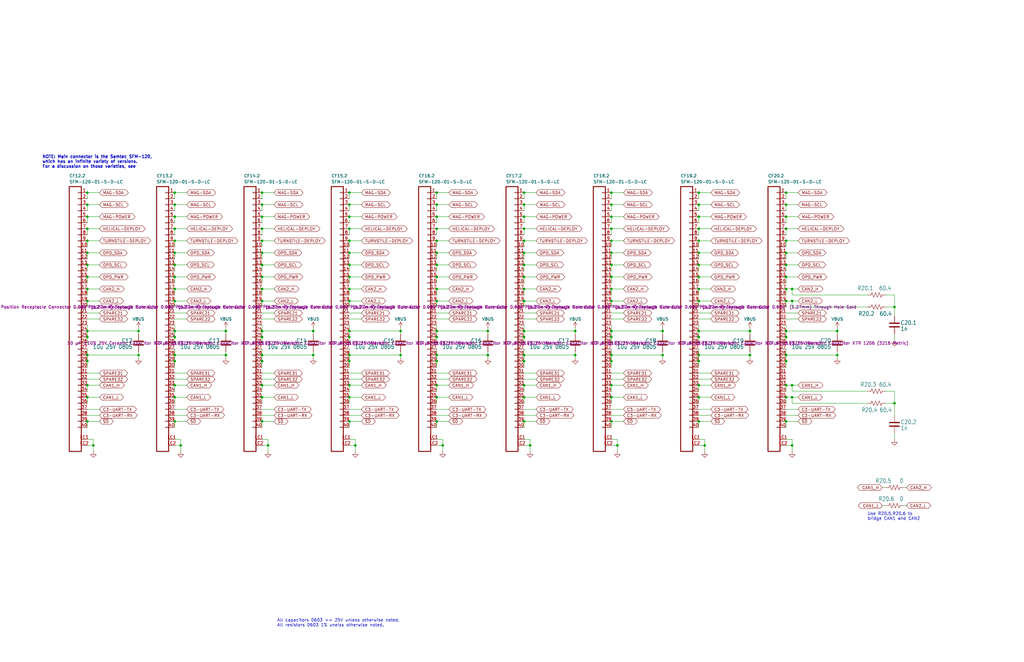
<source format=kicad_sch>
(kicad_sch (version 20250114) (generator "eeschema") (generator_version "9.0")
  (paper "USLedger")
  (title_block (title "OreSat1 2U Backplane") (date "2025-09-28") (rev "1.0") (company "Portland State Aerospace Society"))
  (text "NOTE: Main connector is the Samtec SFM-120, \nwhich has an infinite variety of versions.\nFor a discussion on those varieties, see" (at 17.78 71.12 0) (effects (font (size 1.27 1.27) (thickness 0.254) (bold yes)) (justify left bottom)))
  (text "Use R20.5,R20.6 to\nbridge CAN1 and CAN2" (at 365.76 219.71 0) (effects (font (size 1.27 1.27)) (justify left bottom)))
  (text "All capacitors 0603 >= 25V unless otherwise noted.\nAll resistors 0603 1% unelss otherwise noted." (at 116.84 262.89 0) (effects (font (size 1.27 1.27)) (justify left)))
  (junction (at 220.98 121.92))
  (junction (at 36.83 96.52))
  (junction (at 95.25 139.7))
  (junction (at 242.57 139.7))
  (junction (at 294.64 101.6))
  (junction (at 294.64 91.44))
  (junction (at 294.64 142.24))
  (junction (at 297.18 187.96))
  (junction (at 110.49 111.76))
  (junction (at 147.32 142.24))
  (junction (at 39.37 187.96))
  (junction (at 184.15 91.44))
  (junction (at 316.23 139.7))
  (junction (at 73.66 121.92))
  (junction (at 294.64 152.4))
  (junction (at 110.49 121.92))
  (junction (at 294.64 96.52))
  (junction (at 184.15 149.86))
  (junction (at 147.32 111.76))
  (junction (at 377.19 170.18))
  (junction (at 184.15 111.76))
  (junction (at 334.01 127))
  (junction (at 294.64 162.56))
  (junction (at 36.83 139.7))
  (junction (at 147.32 177.8))
  (junction (at 36.83 162.56))
  (junction (at 147.32 121.92))
  (junction (at 73.66 142.24))
  (junction (at 36.83 91.44))
  (junction (at 168.91 139.7))
  (junction (at 331.47 142.24))
  (junction (at 73.66 149.86))
  (junction (at 36.83 177.8))
  (junction (at 147.32 152.4))
  (junction (at 257.81 139.7))
  (junction (at 147.32 167.64))
  (junction (at 294.64 116.84))
  (junction (at 220.98 142.24))
  (junction (at 331.47 139.7))
  (junction (at 186.69 187.96))
  (junction (at 294.64 86.36))
  (junction (at 205.74 149.86))
  (junction (at 36.83 127))
  (junction (at 294.64 127))
  (junction (at 331.47 106.68))
  (junction (at 184.15 142.24))
  (junction (at 110.49 152.4))
  (junction (at 331.47 101.6))
  (junction (at 377.19 129.54))
  (junction (at 73.66 139.7))
  (junction (at 184.15 106.68))
  (junction (at 220.98 96.52))
  (junction (at 147.32 127))
  (junction (at 334.01 187.96))
  (junction (at 257.81 96.52))
  (junction (at 132.08 149.86))
  (junction (at 316.23 149.86))
  (junction (at 73.66 152.4))
  (junction (at 220.98 91.44))
  (junction (at 220.98 152.4))
  (junction (at 184.15 86.36))
  (junction (at 36.83 81.28))
  (junction (at 110.49 106.68))
  (junction (at 73.66 116.84))
  (junction (at 73.66 106.68))
  (junction (at 223.52 187.96))
  (junction (at 184.15 167.64))
  (junction (at 73.66 111.76))
  (junction (at 184.15 101.6))
  (junction (at 110.49 91.44))
  (junction (at 110.49 162.56))
  (junction (at 294.64 111.76))
  (junction (at 36.83 149.86))
  (junction (at 294.64 121.92))
  (junction (at 73.66 162.56))
  (junction (at 147.32 96.52))
  (junction (at 294.64 106.68))
  (junction (at 36.83 111.76))
  (junction (at 36.83 101.6))
  (junction (at 220.98 106.68))
  (junction (at 205.74 139.7))
  (junction (at 331.47 167.64))
  (junction (at 331.47 86.36))
  (junction (at 353.06 139.7))
  (junction (at 294.64 149.86))
  (junction (at 147.32 139.7))
  (junction (at 220.98 149.86))
  (junction (at 184.15 162.56))
  (junction (at 334.01 121.92))
  (junction (at 147.32 162.56))
  (junction (at 184.15 127))
  (junction (at 334.01 167.64))
  (junction (at 331.47 127))
  (junction (at 220.98 111.76))
  (junction (at 147.32 91.44))
  (junction (at 36.83 86.36))
  (junction (at 331.47 91.44))
  (junction (at 257.81 152.4))
  (junction (at 73.66 91.44))
  (junction (at 257.81 149.86))
  (junction (at 76.2 187.96))
  (junction (at 184.15 139.7))
  (junction (at 110.49 116.84))
  (junction (at 353.06 149.86))
  (junction (at 36.83 116.84))
  (junction (at 147.32 149.86))
  (junction (at 110.49 177.8))
  (junction (at 331.47 96.52))
  (junction (at 147.32 101.6))
  (junction (at 113.03 187.96))
  (junction (at 260.35 187.96))
  (junction (at 331.47 177.8))
  (junction (at 110.49 167.64))
  (junction (at 147.32 81.28))
  (junction (at 294.64 167.64))
  (junction (at 73.66 177.8))
  (junction (at 73.66 127))
  (junction (at 110.49 139.7))
  (junction (at 220.98 101.6))
  (junction (at 334.01 162.56))
  (junction (at 147.32 116.84))
  (junction (at 279.4 149.86))
  (junction (at 110.49 142.24))
  (junction (at 257.81 167.64))
  (junction (at 36.83 121.92))
  (junction (at 36.83 106.68))
  (junction (at 36.83 152.4))
  (junction (at 184.15 96.52))
  (junction (at 220.98 86.36))
  (junction (at 110.49 101.6))
  (junction (at 279.4 139.7))
  (junction (at 257.81 81.28))
  (junction (at 132.08 139.7))
  (junction (at 36.83 167.64))
  (junction (at 331.47 121.92))
  (junction (at 294.64 139.7))
  (junction (at 220.98 116.84))
  (junction (at 220.98 139.7))
  (junction (at 73.66 81.28))
  (junction (at 257.81 177.8))
  (junction (at 257.81 111.76))
  (junction (at 110.49 127))
  (junction (at 220.98 162.56))
  (junction (at 331.47 81.28))
  (junction (at 257.81 162.56))
  (junction (at 257.81 142.24))
  (junction (at 73.66 167.64))
  (junction (at 331.47 149.86))
  (junction (at 58.42 139.7))
  (junction (at 184.15 177.8))
  (junction (at 242.57 149.86))
  (junction (at 36.83 142.24))
  (junction (at 149.86 187.96))
  (junction (at 168.91 149.86))
  (junction (at 331.47 116.84))
  (junction (at 184.15 152.4))
  (junction (at 220.98 177.8))
  (junction (at 73.66 86.36))
  (junction (at 257.81 127))
  (junction (at 257.81 91.44))
  (junction (at 257.81 101.6))
  (junction (at 294.64 81.28))
  (junction (at 220.98 81.28))
  (junction (at 73.66 96.52))
  (junction (at 184.15 81.28))
  (junction (at 73.66 101.6))
  (junction (at 331.47 111.76))
  (junction (at 257.81 86.36))
  (junction (at 95.25 149.86))
  (junction (at 331.47 152.4))
  (junction (at 257.81 121.92))
  (junction (at 184.15 121.92))
  (junction (at 294.64 177.8))
  (junction (at 331.47 162.56))
  (junction (at 110.49 86.36))
  (junction (at 147.32 86.36))
  (junction (at 257.81 106.68))
  (junction (at 110.49 81.28))
  (junction (at 110.49 96.52))
  (junction (at 110.49 149.86))
  (junction (at 58.42 149.86))
  (junction (at 220.98 167.64))
  (junction (at 147.32 106.68))
  (junction (at 220.98 127))
  (junction (at 184.15 116.84))
  (junction (at 257.81 116.84))
  (wire (pts (xy 226.06 160.02) (xy 220.98 160.02)))
  (wire (pts (xy 334.01 167.64) (xy 334.01 170.18)))
  (wire (pts (xy 132.08 139.7) (xy 132.08 138.43)))
  (wire (pts (xy 220.98 152.4) (xy 220.98 154.94)))
  (wire (pts (xy 294.64 127) (xy 294.64 129.54)))
  (wire (pts (xy 294.64 111.76) (xy 294.64 114.3)))
  (wire (pts (xy 189.23 111.76) (xy 184.15 111.76)))
  (wire (pts (xy 294.64 149.86) (xy 316.23 149.86)))
  (wire (pts (xy 316.23 139.7) (xy 316.23 138.43)))
  (wire (pts (xy 331.47 127) (xy 331.47 129.54)))
  (wire (pts (xy 147.32 134.62) (xy 152.4 134.62)))
  (wire (pts (xy 334.01 187.96) (xy 334.01 190.5)))
  (wire (pts (xy 257.81 91.44) (xy 257.81 93.98)))
  (wire (pts (xy 110.49 187.96) (xy 113.03 187.96)))
  (wire (pts (xy 115.57 162.56) (xy 110.49 162.56)))
  (wire (pts (xy 373.38 124.46) (xy 377.19 124.46)))
  (wire (pts (xy 36.83 91.44) (xy 41.91 91.44)))
  (wire (pts (xy 184.15 121.92) (xy 184.15 124.46)))
  (wire (pts (xy 331.47 116.84) (xy 331.47 119.38)))
  (wire (pts (xy 58.42 139.7) (xy 58.42 138.43)))
  (wire (pts (xy 168.91 139.7) (xy 168.91 138.43)))
  (wire (pts (xy 294.64 167.64) (xy 294.64 170.18)))
  (wire (pts (xy 184.15 86.36) (xy 184.15 88.9)))
  (wire (pts (xy 36.83 149.86) (xy 36.83 152.4)))
  (wire (pts (xy 147.32 121.92) (xy 147.32 124.46)))
  (wire (pts (xy 257.81 91.44) (xy 262.89 91.44)))
  (wire (pts (xy 257.81 106.68) (xy 257.81 109.22)))
  (wire (pts (xy 78.74 101.6) (xy 73.66 101.6)))
  (wire (pts (xy 220.98 81.28) (xy 220.98 83.82)))
  (wire (pts (xy 186.69 187.96) (xy 186.69 190.5)))
  (wire (pts (xy 36.83 96.52) (xy 41.91 96.52)))
  (wire (pts (xy 147.32 142.24) (xy 147.32 144.78)))
  (wire (pts (xy 331.47 147.32) (xy 331.47 149.86)))
  (wire (pts (xy 226.06 157.48) (xy 220.98 157.48)))
  (wire (pts (xy 220.98 187.96) (xy 223.52 187.96)))
  (wire (pts (xy 257.81 162.56) (xy 257.81 165.1)))
  (wire (pts (xy 331.47 121.92) (xy 331.47 124.46)))
  (wire (pts (xy 220.98 175.26) (xy 226.06 175.26)))
  (wire (pts (xy 316.23 149.86) (xy 316.23 151.13)))
  (wire (pts (xy 113.03 185.42) (xy 113.03 187.96)))
  (wire (pts (xy 189.23 157.48) (xy 184.15 157.48)))
  (wire (pts (xy 36.83 81.28) (xy 41.91 81.28)))
  (wire (pts (xy 41.91 160.02) (xy 36.83 160.02)))
  (wire (pts (xy 110.49 96.52) (xy 110.49 99.06)))
  (wire (pts (xy 220.98 139.7) (xy 220.98 137.16)))
  (wire (pts (xy 41.91 177.8) (xy 36.83 177.8)))
  (wire (pts (xy 152.4 160.02) (xy 147.32 160.02)))
  (wire (pts (xy 257.81 86.36) (xy 262.89 86.36)))
  (wire (pts (xy 257.81 187.96) (xy 260.35 187.96)))
  (wire (pts (xy 73.66 139.7) (xy 73.66 142.24)))
  (wire (pts (xy 331.47 152.4) (xy 331.47 154.94)))
  (wire (pts (xy 377.19 182.88) (xy 377.19 185.42)))
  (wire (pts (xy 110.49 91.44) (xy 110.49 93.98)))
  (wire (pts (xy 189.23 160.02) (xy 184.15 160.02)))
  (wire (pts (xy 381 213.36) (xy 382.27 213.36)))
  (wire (pts (xy 372.11 205.74) (xy 373.38 205.74)))
  (wire (pts (xy 184.15 81.28) (xy 189.23 81.28)))
  (wire (pts (xy 299.72 111.76) (xy 294.64 111.76)))
  (wire (pts (xy 220.98 81.28) (xy 226.06 81.28)))
  (wire (pts (xy 73.66 167.64) (xy 73.66 170.18)))
  (wire (pts (xy 184.15 139.7) (xy 205.74 139.7)))
  (wire (pts (xy 262.89 127) (xy 257.81 127)))
  (wire (pts (xy 294.64 91.44) (xy 294.64 93.98)))
  (wire (pts (xy 257.81 149.86) (xy 257.81 152.4)))
  (wire (pts (xy 78.74 167.64) (xy 73.66 167.64)))
  (wire (pts (xy 152.4 101.6) (xy 147.32 101.6)))
  (wire (pts (xy 353.06 148.59) (xy 353.06 149.86)))
  (wire (pts (xy 336.55 116.84) (xy 331.47 116.84)))
  (wire (pts (xy 294.64 139.7) (xy 316.23 139.7)))
  (wire (pts (xy 377.19 129.54) (xy 377.19 133.35)))
  (wire (pts (xy 147.32 116.84) (xy 147.32 119.38)))
  (wire (pts (xy 331.47 177.8) (xy 331.47 180.34)))
  (wire (pts (xy 279.4 139.7) (xy 279.4 140.97)))
  (wire (pts (xy 220.98 132.08) (xy 226.06 132.08)))
  (wire (pts (xy 294.64 152.4) (xy 294.64 154.94)))
  (wire (pts (xy 257.81 142.24) (xy 257.81 144.78)))
  (wire (pts (xy 113.03 187.96) (xy 113.03 190.5)))
  (wire (pts (xy 331.47 132.08) (xy 336.55 132.08)))
  (wire (pts (xy 257.81 127) (xy 257.81 129.54)))
  (wire (pts (xy 331.47 101.6) (xy 331.47 104.14)))
  (wire (pts (xy 36.83 177.8) (xy 36.83 180.34)))
  (wire (pts (xy 226.06 101.6) (xy 220.98 101.6)))
  (wire (pts (xy 299.72 101.6) (xy 294.64 101.6)))
  (wire (pts (xy 189.23 162.56) (xy 184.15 162.56)))
  (wire (pts (xy 334.01 170.18) (xy 365.76 170.18)))
  (wire (pts (xy 257.81 86.36) (xy 257.81 88.9)))
  (wire (pts (xy 115.57 167.64) (xy 110.49 167.64)))
  (wire (pts (xy 184.15 167.64) (xy 184.15 170.18)))
  (wire (pts (xy 184.15 162.56) (xy 184.15 165.1)))
  (wire (pts (xy 189.23 167.64) (xy 184.15 167.64)))
  (wire (pts (xy 220.98 91.44) (xy 226.06 91.44)))
  (wire (pts (xy 220.98 139.7) (xy 220.98 142.24)))
  (wire (pts (xy 115.57 111.76) (xy 110.49 111.76)))
  (wire (pts (xy 220.98 116.84) (xy 220.98 119.38)))
  (wire (pts (xy 184.15 175.26) (xy 189.23 175.26)))
  (wire (pts (xy 147.32 96.52) (xy 152.4 96.52)))
  (wire (pts (xy 36.83 111.76) (xy 36.83 114.3)))
  (wire (pts (xy 73.66 187.96) (xy 76.2 187.96)))
  (wire (pts (xy 257.81 81.28) (xy 257.81 83.82)))
  (wire (pts (xy 294.64 96.52) (xy 299.72 96.52)))
  (wire (pts (xy 36.83 106.68) (xy 36.83 109.22)))
  (wire (pts (xy 331.47 121.92) (xy 334.01 121.92)))
  (wire (pts (xy 73.66 111.76) (xy 73.66 114.3)))
  (wire (pts (xy 36.83 152.4) (xy 36.83 154.94)))
  (wire (pts (xy 381 205.74) (xy 382.27 205.74)))
  (wire (pts (xy 73.66 152.4) (xy 73.66 154.94)))
  (wire (pts (xy 132.08 149.86) (xy 132.08 151.13)))
  (wire (pts (xy 331.47 139.7) (xy 331.47 142.24)))
  (wire (pts (xy 110.49 149.86) (xy 132.08 149.86)))
  (wire (pts (xy 262.89 157.48) (xy 257.81 157.48)))
  (wire (pts (xy 226.06 177.8) (xy 220.98 177.8)))
  (wire (pts (xy 226.06 127) (xy 220.98 127)))
  (wire (pts (xy 331.47 149.86) (xy 353.06 149.86)))
  (wire (pts (xy 152.4 172.72) (xy 147.32 172.72)))
  (wire (pts (xy 110.49 139.7) (xy 110.49 142.24)))
  (wire (pts (xy 220.98 106.68) (xy 220.98 109.22)))
  (wire (pts (xy 110.49 81.28) (xy 115.57 81.28)))
  (wire (pts (xy 39.37 185.42) (xy 39.37 187.96)))
  (wire (pts (xy 242.57 139.7) (xy 242.57 138.43)))
  (wire (pts (xy 95.25 149.86) (xy 95.25 151.13)))
  (wire (pts (xy 242.57 149.86) (xy 242.57 151.13)))
  (wire (pts (xy 279.4 139.7) (xy 279.4 138.43)))
  (wire (pts (xy 152.4 127) (xy 147.32 127)))
  (wire (pts (xy 152.4 106.68) (xy 147.32 106.68)))
  (wire (pts (xy 36.83 81.28) (xy 36.83 83.82)))
  (wire (pts (xy 331.47 149.86) (xy 331.47 152.4)))
  (wire (pts (xy 220.98 111.76) (xy 220.98 114.3)))
  (wire (pts (xy 331.47 185.42) (xy 334.01 185.42)))
  (wire (pts (xy 336.55 172.72) (xy 331.47 172.72)))
  (wire (pts (xy 168.91 139.7) (xy 168.91 140.97)))
  (wire (pts (xy 331.47 96.52) (xy 331.47 99.06)))
  (wire (pts (xy 184.15 116.84) (xy 184.15 119.38)))
  (wire (pts (xy 110.49 106.68) (xy 110.49 109.22)))
  (wire (pts (xy 294.64 175.26) (xy 299.72 175.26)))
  (wire (pts (xy 36.83 185.42) (xy 39.37 185.42)))
  (wire (pts (xy 147.32 111.76) (xy 147.32 114.3)))
  (wire (pts (xy 41.91 172.72) (xy 36.83 172.72)))
  (wire (pts (xy 152.4 167.64) (xy 147.32 167.64)))
  (wire (pts (xy 149.86 185.42) (xy 149.86 187.96)))
  (wire (pts (xy 184.15 185.42) (xy 186.69 185.42)))
  (wire (pts (xy 377.19 170.18) (xy 377.19 175.26)))
  (wire (pts (xy 184.15 139.7) (xy 184.15 142.24)))
  (wire (pts (xy 78.74 172.72) (xy 73.66 172.72)))
  (wire (pts (xy 110.49 111.76) (xy 110.49 114.3)))
  (wire (pts (xy 36.83 121.92) (xy 41.91 121.92)))
  (wire (pts (xy 262.89 111.76) (xy 257.81 111.76)))
  (wire (pts (xy 73.66 175.26) (xy 78.74 175.26)))
  (wire (pts (xy 41.91 162.56) (xy 36.83 162.56)))
  (wire (pts (xy 297.18 187.96) (xy 297.18 190.5)))
  (wire (pts (xy 242.57 148.59) (xy 242.57 149.86)))
  (wire (pts (xy 110.49 86.36) (xy 110.49 88.9)))
  (wire (pts (xy 110.49 101.6) (xy 110.49 104.14)))
  (wire (pts (xy 36.83 116.84) (xy 36.83 119.38)))
  (wire (pts (xy 220.98 96.52) (xy 226.06 96.52)))
  (wire (pts (xy 147.32 121.92) (xy 152.4 121.92)))
  (wire (pts (xy 331.47 162.56) (xy 331.47 165.1)))
  (wire (pts (xy 147.32 132.08) (xy 152.4 132.08)))
  (wire (pts (xy 73.66 149.86) (xy 95.25 149.86)))
  (wire (pts (xy 152.4 162.56) (xy 147.32 162.56)))
  (wire (pts (xy 147.32 185.42) (xy 149.86 185.42)))
  (wire (pts (xy 257.81 121.92) (xy 262.89 121.92)))
  (wire (pts (xy 294.64 139.7) (xy 294.64 142.24)))
  (wire (pts (xy 226.06 106.68) (xy 220.98 106.68)))
  (wire (pts (xy 294.64 86.36) (xy 294.64 88.9)))
  (wire (pts (xy 331.47 175.26) (xy 336.55 175.26)))
  (wire (pts (xy 336.55 106.68) (xy 331.47 106.68)))
  (wire (pts (xy 220.98 167.64) (xy 220.98 170.18)))
  (wire (pts (xy 184.15 106.68) (xy 184.15 109.22)))
  (wire (pts (xy 36.83 101.6) (xy 36.83 104.14)))
  (wire (pts (xy 36.83 86.36) (xy 36.83 88.9)))
  (wire (pts (xy 147.32 139.7) (xy 147.32 142.24)))
  (wire (pts (xy 147.32 91.44) (xy 152.4 91.44)))
  (wire (pts (xy 147.32 147.32) (xy 147.32 149.86)))
  (wire (pts (xy 115.57 172.72) (xy 110.49 172.72)))
  (wire (pts (xy 152.4 116.84) (xy 147.32 116.84)))
  (wire (pts (xy 95.25 148.59) (xy 95.25 149.86)))
  (wire (pts (xy 184.15 134.62) (xy 189.23 134.62)))
  (wire (pts (xy 226.06 111.76) (xy 220.98 111.76)))
  (wire (pts (xy 152.4 157.48) (xy 147.32 157.48)))
  (wire (pts (xy 262.89 101.6) (xy 257.81 101.6)))
  (wire (pts (xy 73.66 121.92) (xy 73.66 124.46)))
  (wire (pts (xy 334.01 185.42) (xy 334.01 187.96)))
  (wire (pts (xy 334.01 162.56) (xy 334.01 165.1)))
  (wire (pts (xy 110.49 185.42) (xy 113.03 185.42)))
  (wire (pts (xy 334.01 121.92) (xy 334.01 124.46)))
  (wire (pts (xy 184.15 177.8) (xy 184.15 180.34)))
  (wire (pts (xy 294.64 81.28) (xy 294.64 83.82)))
  (wire (pts (xy 147.32 81.28) (xy 152.4 81.28)))
  (wire (pts (xy 334.01 124.46) (xy 365.76 124.46)))
  (wire (pts (xy 147.32 149.86) (xy 147.32 152.4)))
  (wire (pts (xy 257.81 149.86) (xy 279.4 149.86)))
  (wire (pts (xy 189.23 127) (xy 184.15 127)))
  (wire (pts (xy 331.47 111.76) (xy 331.47 114.3)))
  (wire (pts (xy 220.98 121.92) (xy 220.98 124.46)))
  (wire (pts (xy 73.66 142.24) (xy 73.66 144.78)))
  (wire (pts (xy 39.37 187.96) (xy 39.37 190.5)))
  (wire (pts (xy 110.49 121.92) (xy 115.57 121.92)))
  (wire (pts (xy 336.55 111.76) (xy 331.47 111.76)))
  (wire (pts (xy 226.06 162.56) (xy 220.98 162.56)))
  (wire (pts (xy 73.66 101.6) (xy 73.66 104.14)))
  (wire (pts (xy 184.15 147.32) (xy 184.15 149.86)))
  (wire (pts (xy 184.15 96.52) (xy 189.23 96.52)))
  (wire (pts (xy 73.66 91.44) (xy 78.74 91.44)))
  (wire (pts (xy 331.47 106.68) (xy 331.47 109.22)))
  (wire (pts (xy 331.47 142.24) (xy 331.47 144.78)))
  (wire (pts (xy 220.98 162.56) (xy 220.98 165.1)))
  (wire (pts (xy 147.32 152.4) (xy 147.32 154.94)))
  (wire (pts (xy 331.47 96.52) (xy 336.55 96.52)))
  (wire (pts (xy 36.83 86.36) (xy 41.91 86.36)))
  (wire (pts (xy 186.69 185.42) (xy 186.69 187.96)))
  (wire (pts (xy 184.15 149.86) (xy 205.74 149.86)))
  (wire (pts (xy 294.64 134.62) (xy 299.72 134.62)))
  (wire (pts (xy 257.81 111.76) (xy 257.81 114.3)))
  (wire (pts (xy 110.49 96.52) (xy 115.57 96.52)))
  (wire (pts (xy 336.55 167.64) (xy 334.01 167.64)))
  (wire (pts (xy 110.49 121.92) (xy 110.49 124.46)))
  (wire (pts (xy 331.47 81.28) (xy 331.47 83.82)))
  (wire (pts (xy 95.25 139.7) (xy 95.25 138.43)))
  (wire (pts (xy 58.42 148.59) (xy 58.42 149.86)))
  (wire (pts (xy 189.23 177.8) (xy 184.15 177.8)))
  (wire (pts (xy 76.2 185.42) (xy 76.2 187.96)))
  (wire (pts (xy 78.74 111.76) (xy 73.66 111.76)))
  (wire (pts (xy 147.32 86.36) (xy 152.4 86.36)))
  (wire (pts (xy 257.81 81.28) (xy 262.89 81.28)))
  (wire (pts (xy 189.23 106.68) (xy 184.15 106.68)))
  (wire (pts (xy 78.74 157.48) (xy 73.66 157.48)))
  (wire (pts (xy 184.15 187.96) (xy 186.69 187.96)))
  (wire (pts (xy 220.98 149.86) (xy 220.98 152.4)))
  (wire (pts (xy 331.47 167.64) (xy 331.47 170.18)))
  (wire (pts (xy 262.89 172.72) (xy 257.81 172.72)))
  (wire (pts (xy 331.47 81.28) (xy 336.55 81.28)))
  (wire (pts (xy 316.23 139.7) (xy 316.23 140.97)))
  (wire (pts (xy 294.64 121.92) (xy 299.72 121.92)))
  (wire (pts (xy 294.64 86.36) (xy 299.72 86.36)))
  (wire (pts (xy 147.32 175.26) (xy 152.4 175.26)))
  (wire (pts (xy 299.72 172.72) (xy 294.64 172.72)))
  (wire (pts (xy 36.83 139.7) (xy 36.83 142.24)))
  (wire (pts (xy 152.4 177.8) (xy 147.32 177.8)))
  (wire (pts (xy 294.64 177.8) (xy 294.64 180.34)))
  (wire (pts (xy 294.64 91.44) (xy 299.72 91.44)))
  (wire (pts (xy 58.42 149.86) (xy 58.42 151.13)))
  (wire (pts (xy 36.83 91.44) (xy 36.83 93.98)))
  (wire (pts (xy 294.64 139.7) (xy 294.64 137.16)))
  (wire (pts (xy 331.47 86.36) (xy 336.55 86.36)))
  (wire (pts (xy 331.47 91.44) (xy 336.55 91.44)))
  (wire (pts (xy 331.47 91.44) (xy 331.47 93.98)))
  (wire (pts (xy 110.49 137.16) (xy 110.49 139.7)))
  (wire (pts (xy 297.18 185.42) (xy 297.18 187.96)))
  (wire (pts (xy 147.32 139.7) (xy 168.91 139.7)))
  (wire (pts (xy 147.32 106.68) (xy 147.32 109.22)))
  (wire (pts (xy 299.72 157.48) (xy 294.64 157.48)))
  (wire (pts (xy 78.74 160.02) (xy 73.66 160.02)))
  (wire (pts (xy 41.91 167.64) (xy 36.83 167.64)))
  (wire (pts (xy 299.72 127) (xy 294.64 127)))
  (wire (pts (xy 336.55 162.56) (xy 334.01 162.56)))
  (wire (pts (xy 110.49 81.28) (xy 110.49 83.82)))
  (wire (pts (xy 262.89 160.02) (xy 257.81 160.02)))
  (wire (pts (xy 36.83 96.52) (xy 36.83 99.06)))
  (wire (pts (xy 147.32 101.6) (xy 147.32 104.14)))
  (wire (pts (xy 58.42 139.7) (xy 58.42 140.97)))
  (wire (pts (xy 41.91 106.68) (xy 36.83 106.68)))
  (wire (pts (xy 147.32 167.64) (xy 147.32 170.18)))
  (wire (pts (xy 184.15 96.52) (xy 184.15 99.06)))
  (wire (pts (xy 294.64 106.68) (xy 294.64 109.22)))
  (wire (pts (xy 220.98 142.24) (xy 220.98 144.78)))
  (wire (pts (xy 353.06 149.86) (xy 353.06 151.13)))
  (wire (pts (xy 110.49 86.36) (xy 115.57 86.36)))
  (wire (pts (xy 294.64 162.56) (xy 294.64 165.1)))
  (wire (pts (xy 257.81 101.6) (xy 257.81 104.14)))
  (wire (pts (xy 110.49 132.08) (xy 115.57 132.08)))
  (wire (pts (xy 184.15 91.44) (xy 184.15 93.98)))
  (wire (pts (xy 294.64 116.84) (xy 294.64 119.38)))
  (wire (pts (xy 257.81 152.4) (xy 257.81 154.94)))
  (wire (pts (xy 147.32 81.28) (xy 147.32 83.82)))
  (wire (pts (xy 184.15 142.24) (xy 184.15 144.78)))
  (wire (pts (xy 110.49 175.26) (xy 115.57 175.26)))
  (wire (pts (xy 294.64 96.52) (xy 294.64 99.06)))
  (wire (pts (xy 377.19 124.46) (xy 377.19 129.54)))
  (wire (pts (xy 147.32 91.44) (xy 147.32 93.98)))
  (wire (pts (xy 299.72 160.02) (xy 294.64 160.02)))
  (wire (pts (xy 147.32 177.8) (xy 147.32 180.34)))
  (wire (pts (xy 110.49 91.44) (xy 115.57 91.44)))
  (wire (pts (xy 110.49 149.86) (xy 110.49 152.4)))
  (wire (pts (xy 110.49 134.62) (xy 115.57 134.62)))
  (wire (pts (xy 226.06 172.72) (xy 220.98 172.72)))
  (wire (pts (xy 257.81 96.52) (xy 262.89 96.52)))
  (wire (pts (xy 334.01 162.56) (xy 331.47 162.56)))
  (wire (pts (xy 115.57 157.48) (xy 110.49 157.48)))
  (wire (pts (xy 78.74 162.56) (xy 73.66 162.56)))
  (wire (pts (xy 36.83 137.16) (xy 36.83 139.7)))
  (wire (pts (xy 184.15 149.86) (xy 184.15 152.4)))
  (wire (pts (xy 73.66 86.36) (xy 73.66 88.9)))
  (wire (pts (xy 257.81 167.64) (xy 257.81 170.18)))
  (wire (pts (xy 220.98 185.42) (xy 223.52 185.42)))
  (wire (pts (xy 78.74 127) (xy 73.66 127)))
  (wire (pts (xy 226.06 116.84) (xy 220.98 116.84)))
  (wire (pts (xy 36.83 162.56) (xy 36.83 165.1)))
  (wire (pts (xy 294.64 149.86) (xy 294.64 152.4)))
  (wire (pts (xy 78.74 106.68) (xy 73.66 106.68)))
  (wire (pts (xy 36.83 121.92) (xy 36.83 124.46)))
  (wire (pts (xy 334.01 127) (xy 331.47 127)))
  (wire (pts (xy 331.47 139.7) (xy 331.47 137.16)))
  (wire (pts (xy 184.15 111.76) (xy 184.15 114.3)))
  (wire (pts (xy 331.47 86.36) (xy 331.47 88.9)))
  (wire (pts (xy 353.06 139.7) (xy 353.06 140.97)))
  (wire (pts (xy 260.35 185.42) (xy 260.35 187.96)))
  (wire (pts (xy 73.66 86.36) (xy 78.74 86.36)))
  (wire (pts (xy 373.38 165.1) (xy 377.19 165.1)))
  (wire (pts (xy 73.66 139.7) (xy 95.25 139.7)))
  (wire (pts (xy 205.74 148.59) (xy 205.74 149.86)))
  (wire (pts (xy 334.01 167.64) (xy 331.47 167.64)))
  (wire (pts (xy 294.64 142.24) (xy 294.64 144.78)))
  (wire (pts (xy 220.98 147.32) (xy 220.98 149.86)))
  (wire (pts (xy 257.81 177.8) (xy 257.81 180.34)))
  (wire (pts (xy 147.32 149.86) (xy 168.91 149.86)))
  (wire (pts (xy 73.66 132.08) (xy 78.74 132.08)))
  (wire (pts (xy 353.06 139.7) (xy 353.06 138.43)))
  (wire (pts (xy 147.32 96.52) (xy 147.32 99.06)))
  (wire (pts (xy 95.25 139.7) (xy 95.25 140.97)))
  (wire (pts (xy 299.72 177.8) (xy 294.64 177.8)))
  (wire (pts (xy 36.83 134.62) (xy 41.91 134.62)))
  (wire (pts (xy 73.66 96.52) (xy 78.74 96.52)))
  (wire (pts (xy 115.57 177.8) (xy 110.49 177.8)))
  (wire (pts (xy 36.83 142.24) (xy 36.83 144.78)))
  (wire (pts (xy 41.91 127) (xy 36.83 127)))
  (wire (pts (xy 73.66 96.52) (xy 73.66 99.06)))
  (wire (pts (xy 223.52 185.42) (xy 223.52 187.96)))
  (wire (pts (xy 36.83 167.64) (xy 36.83 170.18)))
  (wire (pts (xy 260.35 187.96) (xy 260.35 190.5)))
  (wire (pts (xy 41.91 101.6) (xy 36.83 101.6)))
  (wire (pts (xy 220.98 86.36) (xy 220.98 88.9)))
  (wire (pts (xy 223.52 187.96) (xy 223.52 190.5)))
  (wire (pts (xy 334.01 121.92) (xy 336.55 121.92)))
  (wire (pts (xy 331.47 187.96) (xy 334.01 187.96)))
  (wire (pts (xy 168.91 149.86) (xy 168.91 151.13)))
  (wire (pts (xy 115.57 160.02) (xy 110.49 160.02)))
  (wire (pts (xy 73.66 81.28) (xy 73.66 83.82)))
  (wire (pts (xy 334.01 165.1) (xy 365.76 165.1)))
  (wire (pts (xy 294.64 101.6) (xy 294.64 104.14)))
  (wire (pts (xy 220.98 127) (xy 220.98 129.54)))
  (wire (pts (xy 372.11 213.36) (xy 373.38 213.36)))
  (wire (pts (xy 41.91 111.76) (xy 36.83 111.76)))
  (wire (pts (xy 205.74 139.7) (xy 205.74 140.97)))
  (wire (pts (xy 78.74 116.84) (xy 73.66 116.84)))
  (wire (pts (xy 168.91 148.59) (xy 168.91 149.86)))
  (wire (pts (xy 73.66 106.68) (xy 73.66 109.22)))
  (wire (pts (xy 294.64 147.32) (xy 294.64 149.86)))
  (wire (pts (xy 147.32 187.96) (xy 149.86 187.96)))
  (wire (pts (xy 73.66 91.44) (xy 73.66 93.98)))
  (wire (pts (xy 257.81 139.7) (xy 257.81 137.16)))
  (wire (pts (xy 149.86 187.96) (xy 149.86 190.5)))
  (wire (pts (xy 73.66 81.28) (xy 78.74 81.28)))
  (wire (pts (xy 36.83 139.7) (xy 58.42 139.7)))
  (wire (pts (xy 76.2 187.96) (xy 76.2 190.5)))
  (wire (pts (xy 184.15 121.92) (xy 189.23 121.92)))
  (wire (pts (xy 336.55 177.8) (xy 331.47 177.8)))
  (wire (pts (xy 110.49 139.7) (xy 132.08 139.7)))
  (wire (pts (xy 257.81 134.62) (xy 262.89 134.62)))
  (wire (pts (xy 147.32 127) (xy 147.32 129.54)))
  (wire (pts (xy 220.98 86.36) (xy 226.06 86.36)))
  (wire (pts (xy 147.32 162.56) (xy 147.32 165.1)))
  (wire (pts (xy 220.98 134.62) (xy 226.06 134.62)))
  (wire (pts (xy 205.74 139.7) (xy 205.74 138.43)))
  (wire (pts (xy 110.49 162.56) (xy 110.49 165.1)))
  (wire (pts (xy 73.66 147.32) (xy 73.66 149.86)))
  (wire (pts (xy 147.32 139.7) (xy 147.32 137.16)))
  (wire (pts (xy 189.23 172.72) (xy 184.15 172.72)))
  (wire (pts (xy 257.81 116.84) (xy 257.81 119.38)))
  (wire (pts (xy 279.4 148.59) (xy 279.4 149.86)))
  (wire (pts (xy 41.91 157.48) (xy 36.83 157.48)))
  (wire (pts (xy 73.66 185.42) (xy 76.2 185.42)))
  (wire (pts (xy 189.23 116.84) (xy 184.15 116.84)))
  (wire (pts (xy 115.57 116.84) (xy 110.49 116.84)))
  (wire (pts (xy 257.81 132.08) (xy 262.89 132.08)))
  (wire (pts (xy 334.01 129.54) (xy 365.76 129.54)))
  (wire (pts (xy 294.64 185.42) (xy 297.18 185.42)))
  (wire (pts (xy 184.15 86.36) (xy 189.23 86.36)))
  (wire (pts (xy 41.91 116.84) (xy 36.83 116.84)))
  (wire (pts (xy 257.81 121.92) (xy 257.81 124.46)))
  (wire (pts (xy 147.32 86.36) (xy 147.32 88.9)))
  (wire (pts (xy 336.55 101.6) (xy 331.47 101.6)))
  (wire (pts (xy 110.49 177.8) (xy 110.49 180.34)))
  (wire (pts (xy 184.15 101.6) (xy 184.15 104.14)))
  (wire (pts (xy 132.08 139.7) (xy 132.08 140.97)))
  (wire (pts (xy 242.57 139.7) (xy 242.57 140.97)))
  (wire (pts (xy 36.83 175.26) (xy 41.91 175.26)))
  (wire (pts (xy 115.57 127) (xy 110.49 127)))
  (wire (pts (xy 220.98 91.44) (xy 220.98 93.98)))
  (wire (pts (xy 73.66 134.62) (xy 78.74 134.62)))
  (wire (pts (xy 257.81 185.42) (xy 260.35 185.42)))
  (wire (pts (xy 220.98 96.52) (xy 220.98 99.06)))
  (wire (pts (xy 78.74 177.8) (xy 73.66 177.8)))
  (wire (pts (xy 184.15 91.44) (xy 189.23 91.44)))
  (wire (pts (xy 373.38 170.18) (xy 377.19 170.18)))
  (wire (pts (xy 220.98 101.6) (xy 220.98 104.14)))
  (wire (pts (xy 73.66 116.84) (xy 73.66 119.38)))
  (wire (pts (xy 262.89 106.68) (xy 257.81 106.68)))
  (wire (pts (xy 36.83 147.32) (xy 36.83 149.86)))
  (wire (pts (xy 299.72 167.64) (xy 294.64 167.64)))
  (wire (pts (xy 184.15 132.08) (xy 189.23 132.08)))
  (wire (pts (xy 262.89 167.64) (xy 257.81 167.64)))
  (wire (pts (xy 377.19 165.1) (xy 377.19 170.18)))
  (wire (pts (xy 299.72 106.68) (xy 294.64 106.68)))
  (wire (pts (xy 299.72 116.84) (xy 294.64 116.84)))
  (wire (pts (xy 294.64 121.92) (xy 294.64 124.46)))
  (wire (pts (xy 334.01 127) (xy 334.01 129.54)))
  (wire (pts (xy 226.06 167.64) (xy 220.98 167.64)))
  (wire (pts (xy 331.47 139.7) (xy 353.06 139.7)))
  (wire (pts (xy 294.64 81.28) (xy 299.72 81.28)))
  (wire (pts (xy 36.83 132.08) (xy 41.91 132.08)))
  (wire (pts (xy 73.66 162.56) (xy 73.66 165.1)))
  (wire (pts (xy 257.81 139.7) (xy 257.81 142.24)))
  (wire (pts (xy 336.55 127) (xy 334.01 127)))
  (wire (pts (xy 110.49 142.24) (xy 110.49 144.78)))
  (wire (pts (xy 73.66 127) (xy 73.66 129.54)))
  (wire (pts (xy 184.15 152.4) (xy 184.15 154.94)))
  (wire (pts (xy 73.66 137.16) (xy 73.66 139.7)))
  (wire (pts (xy 373.38 129.54) (xy 377.19 129.54)))
  (wire (pts (xy 110.49 116.84) (xy 110.49 119.38)))
  (wire (pts (xy 152.4 111.76) (xy 147.32 111.76)))
  (wire (pts (xy 220.98 121.92) (xy 226.06 121.92)))
  (wire (pts (xy 36.83 187.96) (xy 39.37 187.96)))
  (wire (pts (xy 205.74 149.86) (xy 205.74 151.13)))
  (wire (pts (xy 220.98 177.8) (xy 220.98 180.34)))
  (wire (pts (xy 184.15 81.28) (xy 184.15 83.82)))
  (wire (pts (xy 132.08 148.59) (xy 132.08 149.86)))
  (wire (pts (xy 279.4 149.86) (xy 279.4 151.13)))
  (wire (pts (xy 110.49 127) (xy 110.49 129.54)))
  (wire (pts (xy 110.49 167.64) (xy 110.49 170.18)))
  (wire (pts (xy 257.81 175.26) (xy 262.89 175.26)))
  (wire (pts (xy 220.98 139.7) (xy 242.57 139.7)))
  (wire (pts (xy 257.81 139.7) (xy 279.4 139.7)))
  (wire (pts (xy 299.72 162.56) (xy 294.64 162.56)))
  (wire (pts (xy 331.47 134.62) (xy 336.55 134.62)))
  (wire (pts (xy 73.66 177.8) (xy 73.66 180.34)))
  (wire (pts (xy 73.66 121.92) (xy 78.74 121.92)))
  (wire (pts (xy 36.83 149.86) (xy 58.42 149.86)))
  (wire (pts (xy 257.81 147.32) (xy 257.81 149.86)))
  (wire (pts (xy 262.89 116.84) (xy 257.81 116.84)))
  (wire (pts (xy 294.64 187.96) (xy 297.18 187.96)))
  (wire (pts (xy 189.23 101.6) (xy 184.15 101.6)))
  (wire (pts (xy 110.49 147.32) (xy 110.49 149.86)))
  (wire (pts (xy 184.15 137.16) (xy 184.15 139.7)))
  (wire (pts (xy 220.98 149.86) (xy 242.57 149.86)))
  (wire (pts (xy 377.19 140.97) (xy 377.19 143.51)))
  (wire (pts (xy 262.89 177.8) (xy 257.81 177.8)))
  (wire (pts (xy 110.49 152.4) (xy 110.49 154.94)))
  (wire (pts (xy 115.57 106.68) (xy 110.49 106.68)))
  (wire (pts (xy 262.89 162.56) (xy 257.81 162.56)))
  (wire (pts (xy 316.23 148.59) (xy 316.23 149.86)))
  (wire (pts (xy 184.15 127) (xy 184.15 129.54)))
  (wire (pts (xy 73.66 149.86) (xy 73.66 152.4)))
  (wire (pts (xy 115.57 101.6) (xy 110.49 101.6)))
  (wire (pts (xy 36.83 127) (xy 36.83 129.54)))
  (wire (pts (xy 257.81 96.52) (xy 257.81 99.06)))
  (wire (pts (xy 294.64 132.08) (xy 299.72 132.08)))
  (global_label "TURNSTILE-DEPLOY" (shape bidirectional) (at 78.74 101.6 0) (effects (font (size 1.2446 1.2446))) (property "Intersheetrefs" "${INTERSHEET_REFS}" (effects (hide yes))))
  (global_label "MAG-POWER" (shape bidirectional) (at 78.74 91.44 0) (effects (font (size 1.2446 1.2446))) (property "Intersheetrefs" "${INTERSHEET_REFS}" (effects (hide yes))))
  (global_label "CAN1_H" (shape bidirectional) (at 262.89 162.56 0) (effects (font (size 1.2446 1.2446))) (property "Intersheetrefs" "${INTERSHEET_REFS}" (effects (hide yes))))
  (global_label "C3-UART-RX" (shape bidirectional) (at 189.23 175.26 0) (effects (font (size 1.2446 1.2446))) (property "Intersheetrefs" "${INTERSHEET_REFS}" (effects (hide yes))))
  (global_label "SPARE31" (shape bidirectional) (at 78.74 157.48 0) (property "Intersheetrefs" "${INTERSHEET_REFS}" (effects (hide yes))))
  (global_label "CAN2_L" (shape bidirectional) (at 336.55 127 0) (effects (font (size 1.2446 1.2446))) (property "Intersheetrefs" "${INTERSHEET_REFS}" (effects (hide yes))))
  (global_label "CAN1_H" (shape bidirectional) (at 152.4 162.56 0) (effects (font (size 1.2446 1.2446))) (property "Intersheetrefs" "${INTERSHEET_REFS}" (effects (hide yes))))
  (global_label "MAG-POWER" (shape bidirectional) (at 152.4 91.44 0) (effects (font (size 1.2446 1.2446))) (property "Intersheetrefs" "${INTERSHEET_REFS}" (effects (hide yes))))
  (global_label "CAN1_H" (shape bidirectional) (at 41.91 162.56 0) (effects (font (size 1.2446 1.2446))) (property "Intersheetrefs" "${INTERSHEET_REFS}" (effects (hide yes))))
  (global_label "C3-UART-RX" (shape bidirectional) (at 41.91 175.26 0) (effects (font (size 1.2446 1.2446))) (property "Intersheetrefs" "${INTERSHEET_REFS}" (effects (hide yes))))
  (global_label "~{SD}" (shape bidirectional) (at 189.23 177.8 0) (effects (font (size 1.2446 1.2446))) (property "Intersheetrefs" "${INTERSHEET_REFS}" (effects (hide yes))))
  (global_label "MAG-SCL" (shape bidirectional) (at 262.89 86.36 0) (effects (font (size 1.2446 1.2446))) (property "Intersheetrefs" "${INTERSHEET_REFS}" (effects (hide yes))))
  (global_label "~{SD}" (shape bidirectional) (at 78.74 177.8 0) (effects (font (size 1.2446 1.2446))) (property "Intersheetrefs" "${INTERSHEET_REFS}" (effects (hide yes))))
  (global_label "HELICAL-DEPLOY" (shape bidirectional) (at 299.72 96.52 0) (effects (font (size 1.2446 1.2446))) (property "Intersheetrefs" "${INTERSHEET_REFS}" (effects (hide yes))))
  (global_label "CAN1_H" (shape bidirectional) (at 299.72 162.56 0) (effects (font (size 1.2446 1.2446))) (property "Intersheetrefs" "${INTERSHEET_REFS}" (effects (hide yes))))
  (global_label "HELICAL-DEPLOY" (shape bidirectional) (at 115.57 96.52 0) (effects (font (size 1.2446 1.2446))) (property "Intersheetrefs" "${INTERSHEET_REFS}" (effects (hide yes))))
  (global_label "SPARE31" (shape bidirectional) (at 299.72 157.48 0) (property "Intersheetrefs" "${INTERSHEET_REFS}" (effects (hide yes))))
  (global_label "MAG-SDA" (shape bidirectional) (at 336.55 81.28 0) (effects (font (size 1.2446 1.2446))) (property "Intersheetrefs" "${INTERSHEET_REFS}" (effects (hide yes))))
  (global_label "C3-UART-RX" (shape bidirectional) (at 299.72 175.26 0) (effects (font (size 1.2446 1.2446))) (property "Intersheetrefs" "${INTERSHEET_REFS}" (effects (hide yes))))
  (global_label "SPARE31" (shape bidirectional) (at 41.91 157.48 0) (property "Intersheetrefs" "${INTERSHEET_REFS}" (effects (hide yes))))
  (global_label "MAG-SDA" (shape bidirectional) (at 189.23 81.28 0) (effects (font (size 1.2446 1.2446))) (property "Intersheetrefs" "${INTERSHEET_REFS}" (effects (hide yes))))
  (global_label "HELICAL-DEPLOY" (shape bidirectional) (at 336.55 96.52 0) (effects (font (size 1.2446 1.2446))) (property "Intersheetrefs" "${INTERSHEET_REFS}" (effects (hide yes))))
  (global_label "CAN1_L" (shape bidirectional) (at 152.4 167.64 0) (effects (font (size 1.2446 1.2446))) (property "Intersheetrefs" "${INTERSHEET_REFS}" (effects (hide yes))))
  (global_label "~{SD}" (shape bidirectional) (at 152.4 177.8 0) (effects (font (size 1.2446 1.2446))) (property "Intersheetrefs" "${INTERSHEET_REFS}" (effects (hide yes))))
  (global_label "TURNSTILE-DEPLOY" (shape bidirectional) (at 262.89 101.6 0) (effects (font (size 1.2446 1.2446))) (property "Intersheetrefs" "${INTERSHEET_REFS}" (effects (hide yes))))
  (global_label "C3-UART-RX" (shape bidirectional) (at 262.89 175.26 0) (effects (font (size 1.2446 1.2446))) (property "Intersheetrefs" "${INTERSHEET_REFS}" (effects (hide yes))))
  (global_label "HELICAL-DEPLOY" (shape bidirectional) (at 262.89 96.52 0) (effects (font (size 1.2446 1.2446))) (property "Intersheetrefs" "${INTERSHEET_REFS}" (effects (hide yes))))
  (global_label "CAN2_L" (shape bidirectional) (at 41.91 127 0) (effects (font (size 1.2446 1.2446))) (property "Intersheetrefs" "${INTERSHEET_REFS}" (effects (hide yes))))
  (global_label "SPARE32" (shape bidirectional) (at 41.91 160.02 0) (property "Intersheetrefs" "${INTERSHEET_REFS}" (effects (hide yes))))
  (global_label "SPARE22" (shape bidirectional) (at 226.06 134.62 0) (property "Intersheetrefs" "${INTERSHEET_REFS}" (effects (hide yes))))
  (global_label "CAN2_H" (shape bidirectional) (at 152.4 121.92 0) (effects (font (size 1.2446 1.2446))) (property "Intersheetrefs" "${INTERSHEET_REFS}" (effects (hide yes))))
  (global_label "OPD_PWR" (shape bidirectional) (at 262.89 116.84 0) (effects (font (size 1.2446 1.2446))) (property "Intersheetrefs" "${INTERSHEET_REFS}" (effects (hide yes))))
  (global_label "OPD_PWR" (shape bidirectional) (at 299.72 116.84 0) (effects (font (size 1.2446 1.2446))) (property "Intersheetrefs" "${INTERSHEET_REFS}" (effects (hide yes))))
  (global_label "CAN1_L" (shape bidirectional) (at 336.55 167.64 0) (effects (font (size 1.2446 1.2446))) (property "Intersheetrefs" "${INTERSHEET_REFS}" (effects (hide yes))))
  (global_label "CAN1_H" (shape bidirectional) (at 78.74 162.56 0) (effects (font (size 1.2446 1.2446))) (property "Intersheetrefs" "${INTERSHEET_REFS}" (effects (hide yes))))
  (global_label "HELICAL-DEPLOY" (shape bidirectional) (at 226.06 96.52 0) (effects (font (size 1.2446 1.2446))) (property "Intersheetrefs" "${INTERSHEET_REFS}" (effects (hide yes))))
  (global_label "OPD_SCL" (shape bidirectional) (at 115.57 111.76 0) (effects (font (size 1.2446 1.2446))) (property "Intersheetrefs" "${INTERSHEET_REFS}" (effects (hide yes))))
  (global_label "SPARE22" (shape bidirectional) (at 115.57 134.62 0) (property "Intersheetrefs" "${INTERSHEET_REFS}" (effects (hide yes))))
  (global_label "CAN1_H" (shape bidirectional) (at 189.23 162.56 0) (effects (font (size 1.2446 1.2446))) (property "Intersheetrefs" "${INTERSHEET_REFS}" (effects (hide yes))))
  (global_label "SPARE32" (shape bidirectional) (at 226.06 160.02 0) (property "Intersheetrefs" "${INTERSHEET_REFS}" (effects (hide yes))))
  (global_label "MAG-SDA" (shape bidirectional) (at 115.57 81.28 0) (effects (font (size 1.2446 1.2446))) (property "Intersheetrefs" "${INTERSHEET_REFS}" (effects (hide yes))))
  (global_label "OPD_SCL" (shape bidirectional) (at 152.4 111.76 0) (effects (font (size 1.2446 1.2446))) (property "Intersheetrefs" "${INTERSHEET_REFS}" (effects (hide yes))))
  (global_label "C3-UART-RX" (shape bidirectional) (at 152.4 175.26 0) (effects (font (size 1.2446 1.2446))) (property "Intersheetrefs" "${INTERSHEET_REFS}" (effects (hide yes))))
  (global_label "TURNSTILE-DEPLOY" (shape bidirectional) (at 226.06 101.6 0) (effects (font (size 1.2446 1.2446))) (property "Intersheetrefs" "${INTERSHEET_REFS}" (effects (hide yes))))
  (global_label "MAG-SCL" (shape bidirectional) (at 41.91 86.36 0) (effects (font (size 1.2446 1.2446))) (property "Intersheetrefs" "${INTERSHEET_REFS}" (effects (hide yes))))
  (global_label "OPD_SCL" (shape bidirectional) (at 299.72 111.76 0) (effects (font (size 1.2446 1.2446))) (property "Intersheetrefs" "${INTERSHEET_REFS}" (effects (hide yes))))
  (global_label "CAN1_L" (shape bidirectional) (at 115.57 167.64 0) (effects (font (size 1.2446 1.2446))) (property "Intersheetrefs" "${INTERSHEET_REFS}" (effects (hide yes))))
  (global_label "OPD_PWR" (shape bidirectional) (at 152.4 116.84 0) (effects (font (size 1.2446 1.2446))) (property "Intersheetrefs" "${INTERSHEET_REFS}" (effects (hide yes))))
  (global_label "CAN2_L" (shape bidirectional) (at 152.4 127 0) (effects (font (size 1.2446 1.2446))) (property "Intersheetrefs" "${INTERSHEET_REFS}" (effects (hide yes))))
  (global_label "CAN2_H" (shape bidirectional) (at 262.89 121.92 0) (effects (font (size 1.2446 1.2446))) (property "Intersheetrefs" "${INTERSHEET_REFS}" (effects (hide yes))))
  (global_label "CAN1_L" (shape bidirectional) (at 372.11 213.36 180) (effects (font (size 1.2446 1.2446))) (property "Intersheetrefs" "${INTERSHEET_REFS}" (effects (hide yes))))
  (global_label "~{SD}" (shape bidirectional) (at 336.55 177.8 0) (effects (font (size 1.2446 1.2446))) (property "Intersheetrefs" "${INTERSHEET_REFS}" (effects (hide yes))))
  (global_label "MAG-POWER" (shape bidirectional) (at 115.57 91.44 0) (effects (font (size 1.2446 1.2446))) (property "Intersheetrefs" "${INTERSHEET_REFS}" (effects (hide yes))))
  (global_label "OPD_PWR" (shape bidirectional) (at 189.23 116.84 0) (effects (font (size 1.2446 1.2446))) (property "Intersheetrefs" "${INTERSHEET_REFS}" (effects (hide yes))))
  (global_label "CAN2_H" (shape bidirectional) (at 336.55 121.92 0) (effects (font (size 1.2446 1.2446))) (property "Intersheetrefs" "${INTERSHEET_REFS}" (effects (hide yes))))
  (global_label "HELICAL-DEPLOY" (shape bidirectional) (at 189.23 96.52 0) (effects (font (size 1.2446 1.2446))) (property "Intersheetrefs" "${INTERSHEET_REFS}" (effects (hide yes))))
  (global_label "SPARE31" (shape bidirectional) (at 152.4 157.48 0) (property "Intersheetrefs" "${INTERSHEET_REFS}" (effects (hide yes))))
  (global_label "~{SD}" (shape bidirectional) (at 262.89 177.8 0) (effects (font (size 1.2446 1.2446))) (property "Intersheetrefs" "${INTERSHEET_REFS}" (effects (hide yes))))
  (global_label "CAN1_H" (shape bidirectional) (at 372.11 205.74 180) (effects (font (size 1.2446 1.2446))) (property "Intersheetrefs" "${INTERSHEET_REFS}" (effects (hide yes))))
  (global_label "CAN2_H" (shape bidirectional) (at 189.23 121.92 0) (effects (font (size 1.2446 1.2446))) (property "Intersheetrefs" "${INTERSHEET_REFS}" (effects (hide yes))))
  (global_label "MAG-SDA" (shape bidirectional) (at 226.06 81.28 0) (effects (font (size 1.2446 1.2446))) (property "Intersheetrefs" "${INTERSHEET_REFS}" (effects (hide yes))))
  (global_label "TURNSTILE-DEPLOY" (shape bidirectional) (at 336.55 101.6 0) (effects (font (size 1.2446 1.2446))) (property "Intersheetrefs" "${INTERSHEET_REFS}" (effects (hide yes))))
  (global_label "C3-UART-TX" (shape bidirectional) (at 78.74 172.72 0) (effects (font (size 1.2446 1.2446))) (property "Intersheetrefs" "${INTERSHEET_REFS}" (effects (hide yes))))
  (global_label "C3-UART-TX" (shape bidirectional) (at 152.4 172.72 0) (effects (font (size 1.2446 1.2446))) (property "Intersheetrefs" "${INTERSHEET_REFS}" (effects (hide yes))))
  (global_label "SPARE31" (shape bidirectional) (at 189.23 157.48 0) (property "Intersheetrefs" "${INTERSHEET_REFS}" (effects (hide yes))))
  (global_label "CAN2_H" (shape bidirectional) (at 78.74 121.92 0) (effects (font (size 1.2446 1.2446))) (property "Intersheetrefs" "${INTERSHEET_REFS}" (effects (hide yes))))
  (global_label "~{SD}" (shape bidirectional) (at 41.91 177.8 0) (effects (font (size 1.2446 1.2446))) (property "Intersheetrefs" "${INTERSHEET_REFS}" (effects (hide yes))))
  (global_label "SPARE31" (shape bidirectional) (at 115.57 157.48 0) (property "Intersheetrefs" "${INTERSHEET_REFS}" (effects (hide yes))))
  (global_label "SPARE22" (shape bidirectional) (at 41.91 134.62 0) (property "Intersheetrefs" "${INTERSHEET_REFS}" (effects (hide yes))))
  (global_label "CAN2_L" (shape bidirectional) (at 299.72 127 0) (effects (font (size 1.2446 1.2446))) (property "Intersheetrefs" "${INTERSHEET_REFS}" (effects (hide yes))))
  (global_label "SPARE32" (shape bidirectional) (at 115.57 160.02 0) (property "Intersheetrefs" "${INTERSHEET_REFS}" (effects (hide yes))))
  (global_label "OPD_SDA" (shape bidirectional) (at 115.57 106.68 0) (effects (font (size 1.2446 1.2446))) (property "Intersheetrefs" "${INTERSHEET_REFS}" (effects (hide yes))))
  (global_label "SPARE32" (shape bidirectional) (at 299.72 160.02 0) (property "Intersheetrefs" "${INTERSHEET_REFS}" (effects (hide yes))))
  (global_label "~{SD}" (shape bidirectional) (at 115.57 177.8 0) (effects (font (size 1.2446 1.2446))) (property "Intersheetrefs" "${INTERSHEET_REFS}" (effects (hide yes))))
  (global_label "OPD_SCL" (shape bidirectional) (at 226.06 111.76 0) (effects (font (size 1.2446 1.2446))) (property "Intersheetrefs" "${INTERSHEET_REFS}" (effects (hide yes))))
  (global_label "SPARE21" (shape bidirectional) (at 299.72 132.08 0) (property "Intersheetrefs" "${INTERSHEET_REFS}" (effects (hide yes))))
  (global_label "OPD_SDA" (shape bidirectional) (at 299.72 106.68 0) (effects (font (size 1.2446 1.2446))) (property "Intersheetrefs" "${INTERSHEET_REFS}" (effects (hide yes))))
  (global_label "MAG-SCL" (shape bidirectional) (at 78.74 86.36 0) (effects (font (size 1.2446 1.2446))) (property "Intersheetrefs" "${INTERSHEET_REFS}" (effects (hide yes))))
  (global_label "CAN1_L" (shape bidirectional) (at 262.89 167.64 0) (effects (font (size 1.2446 1.2446))) (property "Intersheetrefs" "${INTERSHEET_REFS}" (effects (hide yes))))
  (global_label "MAG-SDA" (shape bidirectional) (at 262.89 81.28 0) (effects (font (size 1.2446 1.2446))) (property "Intersheetrefs" "${INTERSHEET_REFS}" (effects (hide yes))))
  (global_label "MAG-SDA" (shape bidirectional) (at 78.74 81.28 0) (effects (font (size 1.2446 1.2446))) (property "Intersheetrefs" "${INTERSHEET_REFS}" (effects (hide yes))))
  (global_label "CAN1_H" (shape bidirectional) (at 226.06 162.56 0) (effects (font (size 1.2446 1.2446))) (property "Intersheetrefs" "${INTERSHEET_REFS}" (effects (hide yes))))
  (global_label "SPARE31" (shape bidirectional) (at 226.06 157.48 0) (property "Intersheetrefs" "${INTERSHEET_REFS}" (effects (hide yes))))
  (global_label "TURNSTILE-DEPLOY" (shape bidirectional) (at 299.72 101.6 0) (effects (font (size 1.2446 1.2446))) (property "Intersheetrefs" "${INTERSHEET_REFS}" (effects (hide yes))))
  (global_label "HELICAL-DEPLOY" (shape bidirectional) (at 78.74 96.52 0) (effects (font (size 1.2446 1.2446))) (property "Intersheetrefs" "${INTERSHEET_REFS}" (effects (hide yes))))
  (global_label "CAN2_H" (shape bidirectional) (at 226.06 121.92 0) (effects (font (size 1.2446 1.2446))) (property "Intersheetrefs" "${INTERSHEET_REFS}" (effects (hide yes))))
  (global_label "OPD_SDA" (shape bidirectional) (at 189.23 106.68 0) (effects (font (size 1.2446 1.2446))) (property "Intersheetrefs" "${INTERSHEET_REFS}" (effects (hide yes))))
  (global_label "C3-UART-TX" (shape bidirectional) (at 262.89 172.72 0) (effects (font (size 1.2446 1.2446))) (property "Intersheetrefs" "${INTERSHEET_REFS}" (effects (hide yes))))
  (global_label "C3-UART-TX" (shape bidirectional) (at 41.91 172.72 0) (effects (font (size 1.2446 1.2446))) (property "Intersheetrefs" "${INTERSHEET_REFS}" (effects (hide yes))))
  (global_label "C3-UART-TX" (shape bidirectional) (at 299.72 172.72 0) (effects (font (size 1.2446 1.2446))) (property "Intersheetrefs" "${INTERSHEET_REFS}" (effects (hide yes))))
  (global_label "OPD_SCL" (shape bidirectional) (at 78.74 111.76 0) (effects (font (size 1.2446 1.2446))) (property "Intersheetrefs" "${INTERSHEET_REFS}" (effects (hide yes))))
  (global_label "SPARE21" (shape bidirectional) (at 78.74 132.08 0) (property "Intersheetrefs" "${INTERSHEET_REFS}" (effects (hide yes))))
  (global_label "OPD_SCL" (shape bidirectional) (at 336.55 111.76 0) (effects (font (size 1.2446 1.2446))) (property "Intersheetrefs" "${INTERSHEET_REFS}" (effects (hide yes))))
  (global_label "SPARE21" (shape bidirectional) (at 115.57 132.08 0) (property "Intersheetrefs" "${INTERSHEET_REFS}" (effects (hide yes))))
  (global_label "SPARE22" (shape bidirectional) (at 262.89 134.62 0) (property "Intersheetrefs" "${INTERSHEET_REFS}" (effects (hide yes))))
  (global_label "SPARE22" (shape bidirectional) (at 299.72 134.62 0) (property "Intersheetrefs" "${INTERSHEET_REFS}" (effects (hide yes))))
  (global_label "SPARE21" (shape bidirectional) (at 152.4 132.08 0) (property "Intersheetrefs" "${INTERSHEET_REFS}" (effects (hide yes))))
  (global_label "SPARE22" (shape bidirectional) (at 152.4 134.62 0) (property "Intersheetrefs" "${INTERSHEET_REFS}" (effects (hide yes))))
  (global_label "C3-UART-TX" (shape bidirectional) (at 189.23 172.72 0) (effects (font (size 1.2446 1.2446))) (property "Intersheetrefs" "${INTERSHEET_REFS}" (effects (hide yes))))
  (global_label "CAN1_L" (shape bidirectional) (at 41.91 167.64 0) (effects (font (size 1.2446 1.2446))) (property "Intersheetrefs" "${INTERSHEET_REFS}" (effects (hide yes))))
  (global_label "SPARE22" (shape bidirectional) (at 78.74 134.62 0) (property "Intersheetrefs" "${INTERSHEET_REFS}" (effects (hide yes))))
  (global_label "SPARE22" (shape bidirectional) (at 336.55 134.62 0) (property "Intersheetrefs" "${INTERSHEET_REFS}" (effects (hide yes))))
  (global_label "MAG-SDA" (shape bidirectional) (at 299.72 81.28 0) (effects (font (size 1.2446 1.2446))) (property "Intersheetrefs" "${INTERSHEET_REFS}" (effects (hide yes))))
  (global_label "C3-UART-RX" (shape bidirectional) (at 336.55 175.26 0) (effects (font (size 1.2446 1.2446))) (property "Intersheetrefs" "${INTERSHEET_REFS}" (effects (hide yes))))
  (global_label "SPARE21" (shape bidirectional) (at 41.91 132.08 0) (property "Intersheetrefs" "${INTERSHEET_REFS}" (effects (hide yes))))
  (global_label "MAG-POWER" (shape bidirectional) (at 262.89 91.44 0) (effects (font (size 1.2446 1.2446))) (property "Intersheetrefs" "${INTERSHEET_REFS}" (effects (hide yes))))
  (global_label "OPD_PWR" (shape bidirectional) (at 226.06 116.84 0) (effects (font (size 1.2446 1.2446))) (property "Intersheetrefs" "${INTERSHEET_REFS}" (effects (hide yes))))
  (global_label "SPARE32" (shape bidirectional) (at 152.4 160.02 0) (property "Intersheetrefs" "${INTERSHEET_REFS}" (effects (hide yes))))
  (global_label "SPARE22" (shape bidirectional) (at 189.23 134.62 0) (property "Intersheetrefs" "${INTERSHEET_REFS}" (effects (hide yes))))
  (global_label "CAN2_L" (shape bidirectional) (at 226.06 127 0) (effects (font (size 1.2446 1.2446))) (property "Intersheetrefs" "${INTERSHEET_REFS}" (effects (hide yes))))
  (global_label "CAN1_H" (shape bidirectional) (at 115.57 162.56 0) (effects (font (size 1.2446 1.2446))) (property "Intersheetrefs" "${INTERSHEET_REFS}" (effects (hide yes))))
  (global_label "TURNSTILE-DEPLOY" (shape bidirectional) (at 115.57 101.6 0) (effects (font (size 1.2446 1.2446))) (property "Intersheetrefs" "${INTERSHEET_REFS}" (effects (hide yes))))
  (global_label "TURNSTILE-DEPLOY" (shape bidirectional) (at 189.23 101.6 0) (effects (font (size 1.2446 1.2446))) (property "Intersheetrefs" "${INTERSHEET_REFS}" (effects (hide yes))))
  (global_label "CAN2_L" (shape bidirectional) (at 382.27 213.36 0) (effects (font (size 1.2446 1.2446))) (property "Intersheetrefs" "${INTERSHEET_REFS}" (effects (hide yes))))
  (global_label "OPD_PWR" (shape bidirectional) (at 336.55 116.84 0) (effects (font (size 1.2446 1.2446))) (property "Intersheetrefs" "${INTERSHEET_REFS}" (effects (hide yes))))
  (global_label "OPD_SDA" (shape bidirectional) (at 152.4 106.68 0) (effects (font (size 1.2446 1.2446))) (property "Intersheetrefs" "${INTERSHEET_REFS}" (effects (hide yes))))
  (global_label "SPARE21" (shape bidirectional) (at 262.89 132.08 0) (property "Intersheetrefs" "${INTERSHEET_REFS}" (effects (hide yes))))
  (global_label "MAG-SCL" (shape bidirectional) (at 189.23 86.36 0) (effects (font (size 1.2446 1.2446))) (property "Intersheetrefs" "${INTERSHEET_REFS}" (effects (hide yes))))
  (global_label "OPD_PWR" (shape bidirectional) (at 78.74 116.84 0) (effects (font (size 1.2446 1.2446))) (property "Intersheetrefs" "${INTERSHEET_REFS}" (effects (hide yes))))
  (global_label "CAN2_H" (shape bidirectional) (at 382.27 205.74 0) (effects (font (size 1.2446 1.2446))) (property "Intersheetrefs" "${INTERSHEET_REFS}" (effects (hide yes))))
  (global_label "OPD_SDA" (shape bidirectional) (at 41.91 106.68 0) (effects (font (size 1.2446 1.2446))) (property "Intersheetrefs" "${INTERSHEET_REFS}" (effects (hide yes))))
  (global_label "SPARE21" (shape bidirectional) (at 336.55 132.08 0) (property "Intersheetrefs" "${INTERSHEET_REFS}" (effects (hide yes))))
  (global_label "OPD_SCL" (shape bidirectional) (at 41.91 111.76 0) (effects (font (size 1.2446 1.2446))) (property "Intersheetrefs" "${INTERSHEET_REFS}" (effects (hide yes))))
  (global_label "CAN2_H" (shape bidirectional) (at 115.57 121.92 0) (effects (font (size 1.2446 1.2446))) (property "Intersheetrefs" "${INTERSHEET_REFS}" (effects (hide yes))))
  (global_label "MAG-SCL" (shape bidirectional) (at 115.57 86.36 0) (effects (font (size 1.2446 1.2446))) (property "Intersheetrefs" "${INTERSHEET_REFS}" (effects (hide yes))))
  (global_label "C3-UART-TX" (shape bidirectional) (at 336.55 172.72 0) (effects (font (size 1.2446 1.2446))) (property "Intersheetrefs" "${INTERSHEET_REFS}" (effects (hide yes))))
  (global_label "CAN2_L" (shape bidirectional) (at 78.74 127 0) (effects (font (size 1.2446 1.2446))) (property "Intersheetrefs" "${INTERSHEET_REFS}" (effects (hide yes))))
  (global_label "CAN2_H" (shape bidirectional) (at 299.72 121.92 0) (effects (font (size 1.2446 1.2446))) (property "Intersheetrefs" "${INTERSHEET_REFS}" (effects (hide yes))))
  (global_label "CAN2_L" (shape bidirectional) (at 115.57 127 0) (effects (font (size 1.2446 1.2446))) (property "Intersheetrefs" "${INTERSHEET_REFS}" (effects (hide yes))))
  (global_label "C3-UART-TX" (shape bidirectional) (at 226.06 172.72 0) (effects (font (size 1.2446 1.2446))) (property "Intersheetrefs" "${INTERSHEET_REFS}" (effects (hide yes))))
  (global_label "~{SD}" (shape bidirectional) (at 299.72 177.8 0) (effects (font (size 1.2446 1.2446))) (property "Intersheetrefs" "${INTERSHEET_REFS}" (effects (hide yes))))
  (global_label "CAN1_L" (shape bidirectional) (at 299.72 167.64 0) (effects (font (size 1.2446 1.2446))) (property "Intersheetrefs" "${INTERSHEET_REFS}" (effects (hide yes))))
  (global_label "SPARE31" (shape bidirectional) (at 262.89 157.48 0) (property "Intersheetrefs" "${INTERSHEET_REFS}" (effects (hide yes))))
  (global_label "CAN2_H" (shape bidirectional) (at 41.91 121.92 0) (effects (font (size 1.2446 1.2446))) (property "Intersheetrefs" "${INTERSHEET_REFS}" (effects (hide yes))))
  (global_label "C3-UART-RX" (shape bidirectional) (at 115.57 175.26 0) (effects (font (size 1.2446 1.2446))) (property "Intersheetrefs" "${INTERSHEET_REFS}" (effects (hide yes))))
  (global_label "CAN1_L" (shape bidirectional) (at 78.74 167.64 0) (effects (font (size 1.2446 1.2446))) (property "Intersheetrefs" "${INTERSHEET_REFS}" (effects (hide yes))))
  (global_label "OPD_SDA" (shape bidirectional) (at 78.74 106.68 0) (effects (font (size 1.2446 1.2446))) (property "Intersheetrefs" "${INTERSHEET_REFS}" (effects (hide yes))))
  (global_label "CAN1_L" (shape bidirectional) (at 189.23 167.64 0) (effects (font (size 1.2446 1.2446))) (property "Intersheetrefs" "${INTERSHEET_REFS}" (effects (hide yes))))
  (global_label "MAG-POWER" (shape bidirectional) (at 189.23 91.44 0) (effects (font (size 1.2446 1.2446))) (property "Intersheetrefs" "${INTERSHEET_REFS}" (effects (hide yes))))
  (global_label "OPD_PWR" (shape bidirectional) (at 115.57 116.84 0) (effects (font (size 1.2446 1.2446))) (property "Intersheetrefs" "${INTERSHEET_REFS}" (effects (hide yes))))
  (global_label "OPD_SCL" (shape bidirectional) (at 262.89 111.76 0) (effects (font (size 1.2446 1.2446))) (property "Intersheetrefs" "${INTERSHEET_REFS}" (effects (hide yes))))
  (global_label "HELICAL-DEPLOY" (shape bidirectional) (at 41.91 96.52 0) (effects (font (size 1.2446 1.2446))) (property "Intersheetrefs" "${INTERSHEET_REFS}" (effects (hide yes))))
  (global_label "OPD_SDA" (shape bidirectional) (at 336.55 106.68 0) (effects (font (size 1.2446 1.2446))) (property "Intersheetrefs" "${INTERSHEET_REFS}" (effects (hide yes))))
  (global_label "TURNSTILE-DEPLOY" (shape bidirectional) (at 41.91 101.6 0) (effects (font (size 1.2446 1.2446))) (property "Intersheetrefs" "${INTERSHEET_REFS}" (effects (hide yes))))
  (global_label "OPD_SDA" (shape bidirectional) (at 262.89 106.68 0) (effects (font (size 1.2446 1.2446))) (property "Intersheetrefs" "${INTERSHEET_REFS}" (effects (hide yes))))
  (global_label "~{SD}" (shape bidirectional) (at 226.06 177.8 0) (effects (font (size 1.2446 1.2446))) (property "Intersheetrefs" "${INTERSHEET_REFS}" (effects (hide yes))))
  (global_label "MAG-POWER" (shape bidirectional) (at 226.06 91.44 0) (effects (font (size 1.2446 1.2446))) (property "Intersheetrefs" "${INTERSHEET_REFS}" (effects (hide yes))))
  (global_label "OPD_SDA" (shape bidirectional) (at 226.06 106.68 0) (effects (font (size 1.2446 1.2446))) (property "Intersheetrefs" "${INTERSHEET_REFS}" (effects (hide yes))))
  (global_label "MAG-SCL" (shape bidirectional) (at 336.55 86.36 0) (effects (font (size 1.2446 1.2446))) (property "Intersheetrefs" "${INTERSHEET_REFS}" (effects (hide yes))))
  (global_label "CAN2_L" (shape bidirectional) (at 189.23 127 0) (effects (font (size 1.2446 1.2446))) (property "Intersheetrefs" "${INTERSHEET_REFS}" (effects (hide yes))))
  (global_label "MAG-SCL" (shape bidirectional) (at 299.72 86.36 0) (effects (font (size 1.2446 1.2446))) (property "Intersheetrefs" "${INTERSHEET_REFS}" (effects (hide yes))))
  (global_label "C3-UART-TX" (shape bidirectional) (at 115.57 172.72 0) (effects (font (size 1.2446 1.2446))) (property "Intersheetrefs" "${INTERSHEET_REFS}" (effects (hide yes))))
  (global_label "CAN1_H" (shape bidirectional) (at 336.55 162.56 0) (effects (font (size 1.2446 1.2446))) (property "Intersheetrefs" "${INTERSHEET_REFS}" (effects (hide yes))))
  (global_label "C3-UART-RX" (shape bidirectional) (at 78.74 175.26 0) (effects (font (size 1.2446 1.2446))) (property "Intersheetrefs" "${INTERSHEET_REFS}" (effects (hide yes))))
  (global_label "CAN1_L" (shape bidirectional) (at 226.06 167.64 0) (effects (font (size 1.2446 1.2446))) (property "Intersheetrefs" "${INTERSHEET_REFS}" (effects (hide yes))))
  (global_label "MAG-SCL" (shape bidirectional) (at 152.4 86.36 0) (effects (font (size 1.2446 1.2446))) (property "Intersheetrefs" "${INTERSHEET_REFS}" (effects (hide yes))))
  (global_label "C3-UART-RX" (shape bidirectional) (at 226.06 175.26 0) (effects (font (size 1.2446 1.2446))) (property "Intersheetrefs" "${INTERSHEET_REFS}" (effects (hide yes))))
  (global_label "CAN2_L" (shape bidirectional) (at 262.89 127 0) (effects (font (size 1.2446 1.2446))) (property "Intersheetrefs" "${INTERSHEET_REFS}" (effects (hide yes))))
  (global_label "SPARE21" (shape bidirectional) (at 189.23 132.08 0) (property "Intersheetrefs" "${INTERSHEET_REFS}" (effects (hide yes))))
  (global_label "MAG-POWER" (shape bidirectional) (at 299.72 91.44 0) (effects (font (size 1.2446 1.2446))) (property "Intersheetrefs" "${INTERSHEET_REFS}" (effects (hide yes))))
  (global_label "TURNSTILE-DEPLOY" (shape bidirectional) (at 152.4 101.6 0) (effects (font (size 1.2446 1.2446))) (property "Intersheetrefs" "${INTERSHEET_REFS}" (effects (hide yes))))
  (global_label "SPARE32" (shape bidirectional) (at 189.23 160.02 0) (property "Intersheetrefs" "${INTERSHEET_REFS}" (effects (hide yes))))
  (global_label "OPD_SCL" (shape bidirectional) (at 189.23 111.76 0) (effects (font (size 1.2446 1.2446))) (property "Intersheetrefs" "${INTERSHEET_REFS}" (effects (hide yes))))
  (global_label "MAG-SDA" (shape bidirectional) (at 152.4 81.28 0) (effects (font (size 1.2446 1.2446))) (property "Intersheetrefs" "${INTERSHEET_REFS}" (effects (hide yes))))
  (global_label "OPD_PWR" (shape bidirectional) (at 41.91 116.84 0) (effects (font (size 1.2446 1.2446))) (property "Intersheetrefs" "${INTERSHEET_REFS}" (effects (hide yes))))
  (global_label "SPARE32" (shape bidirectional) (at 262.89 160.02 0) (property "Intersheetrefs" "${INTERSHEET_REFS}" (effects (hide yes))))
  (global_label "SPARE32" (shape bidirectional) (at 78.74 160.02 0) (property "Intersheetrefs" "${INTERSHEET_REFS}" (effects (hide yes))))
  (global_label "MAG-SDA" (shape bidirectional) (at 41.91 81.28 0) (effects (font (size 1.2446 1.2446))) (property "Intersheetrefs" "${INTERSHEET_REFS}" (effects (hide yes))))
  (global_label "SPARE21" (shape bidirectional) (at 226.06 132.08 0) (property "Intersheetrefs" "${INTERSHEET_REFS}" (effects (hide yes))))
  (global_label "HELICAL-DEPLOY" (shape bidirectional) (at 152.4 96.52 0) (effects (font (size 1.2446 1.2446))) (property "Intersheetrefs" "${INTERSHEET_REFS}" (effects (hide yes))))
  (global_label "MAG-POWER" (shape bidirectional) (at 41.91 91.44 0) (effects (font (size 1.2446 1.2446))) (property "Intersheetrefs" "${INTERSHEET_REFS}" (effects (hide yes))))
  (global_label "MAG-SCL" (shape bidirectional) (at 226.06 86.36 0) (effects (font (size 1.2446 1.2446))) (property "Intersheetrefs" "${INTERSHEET_REFS}" (effects (hide yes))))
  (global_label "MAG-POWER" (shape bidirectional) (at 336.55 91.44 0) (effects (font (size 1.2446 1.2446))) (property "Intersheetrefs" "${INTERSHEET_REFS}" (effects (hide yes))))
  (symbol (lib_id "oresat-connectors:J-SAMTEC-SFM-120-X1-XXX-D") (at 289.56 129.54 0) (unit 1)
    (property "Reference" "CF19.2" (at 287.02 74.93 0) (effects (justify left bottom)))
    (property "Value" "SFM-120-01-S-D-LC" (at 287.02 77.47 0) (effects (justify left bottom)))
    (property "Footprint" "oresat-connectors:J-SAMTEC-SFM-120-X1-XXX-D" (effects (hide yes)))
    (property "Datasheet" "https://mm.digikey.com/Volume0/opasdata/d220001/medias/docus/6129/sfm-1xx-xx-xxx-d-xxx-x-xx-mkt.pdf" (effects (hide yes)))
    (property "Description" "40 Position Receptacle Connector 0.050\" (1.27mm) Through Hole Gold" (at 289.56 129.54 0))
    (property "DIS" "DigiKey" (effects (hide yes)))
    (property "DPN" "SAM11706-ND" (effects (hide yes)))
    (property "MFR" "Samtec Inc." (effects (hide yes)))
    (property "MPN" "SFM-120-01-S-D-LC" (effects (hide yes)))
  )
  (symbol (lib_id "Device:C") (at 353.06 144.78 0) (mirror y) (unit 1)
    (property "Reference" "C20" (at 350.52 144.78 0) (effects (font (size 1.778 1.5113)) (justify left bottom)))
    (property "Value" "10u 25V 0805" (at 350.52 147.32 0) (effects (font (size 1.778 1.5113)) (justify left bottom)))
    (property "Footprint" "Capacitor_SMD:C_1206_3216Metric" (effects (hide yes)))
    (property "Datasheet" "https://mm.digikey.com/Volume0/opasdata/d220001/medias/docus/898/TMK316AB7106KLHT_SS.pdf" (effects (hide yes)))
    (property "Description" "10 µF ±10% 25V Ceramic Capacitor X7R 1206 (3216 Metric)" (at 353.06 144.78 0))
    (property "DIS" "DigiKey" (effects (hide yes)))
    (property "DPN" "587-3485-1-ND" (effects (hide yes)))
    (property "MFR" "Taiyo Yuden" (effects (hide yes)))
    (property "MPN" "TMK316AB7106KLHT" (effects (hide yes)))
  )
  (symbol (lib_id "oresat-connectors:J-SAMTEC-SFM-120-X1-XXX-D") (at 179.07 129.54 0) (unit 1)
    (property "Reference" "CF16.2" (at 176.53 74.93 0) (effects (justify left bottom)))
    (property "Value" "SFM-120-01-S-D-LC" (at 176.53 77.47 0) (effects (justify left bottom)))
    (property "Footprint" "oresat-connectors:J-SAMTEC-SFM-120-X1-XXX-D" (effects (hide yes)))
    (property "Datasheet" "https://mm.digikey.com/Volume0/opasdata/d220001/medias/docus/6129/sfm-1xx-xx-xxx-d-xxx-x-xx-mkt.pdf" (effects (hide yes)))
    (property "Description" "40 Position Receptacle Connector 0.050\" (1.27mm) Through Hole Gold" (at 179.07 129.54 0))
    (property "DIS" "DigiKey" (effects (hide yes)))
    (property "DPN" "SAM11706-ND" (effects (hide yes)))
    (property "MFR" "Samtec Inc." (effects (hide yes)))
    (property "MPN" "SFM-120-01-S-D-LC" (effects (hide yes)))
  )
  (symbol (lib_id "power:GND") (at 279.4 151.13 0) (unit 1)
    (property "Reference" "#GND015" (effects (hide yes)))
    (property "Value" "GND" (effects (hide yes)))
    (property "Footprint" "oresat-backplane-2u:" (effects (hide yes)))
  )
  (symbol (lib_id "power:GND") (at 168.91 151.13 0) (unit 1)
    (property "Reference" "#GND012" (effects (hide yes)))
    (property "Value" "GND" (effects (hide yes)))
    (property "Footprint" "oresat-backplane-2u:" (effects (hide yes)))
  )
  (symbol (lib_id "power:GND") (at 58.42 151.13 0) (unit 1)
    (property "Reference" "#GND09" (effects (hide yes)))
    (property "Value" "GND" (effects (hide yes)))
    (property "Footprint" "oresat-backplane-2u:" (effects (hide yes)))
  )
  (symbol (lib_id "Device:C") (at 168.91 144.78 0) (mirror y) (unit 1)
    (property "Reference" "C15" (at 166.37 144.78 0) (effects (font (size 1.778 1.5113)) (justify left bottom)))
    (property "Value" "10u 25V 0805" (at 166.37 147.32 0) (effects (font (size 1.778 1.5113)) (justify left bottom)))
    (property "Footprint" "Capacitor_SMD:C_1206_3216Metric" (effects (hide yes)))
    (property "Datasheet" "https://mm.digikey.com/Volume0/opasdata/d220001/medias/docus/898/TMK316AB7106KLHT_SS.pdf" (effects (hide yes)))
    (property "Description" "10 µF ±10% 25V Ceramic Capacitor X7R 1206 (3216 Metric)" (at 168.91 144.78 0))
    (property "DIS" "DigiKey" (effects (hide yes)))
    (property "DPN" "587-3485-1-ND" (effects (hide yes)))
    (property "MFR" "Taiyo Yuden" (effects (hide yes)))
    (property "MPN" "TMK316AB7106KLHT" (effects (hide yes)))
  )
  (symbol (lib_id "power:GND") (at 186.69 190.5 0) (unit 1)
    (property "Reference" "#GND0113" (effects (hide yes)))
    (property "Value" "GND" (effects (hide yes)))
    (property "Footprint" "oresat-backplane-2u:" (effects (hide yes)))
  )
  (symbol (lib_id "oresat-connectors:J-SAMTEC-SFM-120-X1-XXX-D") (at 31.75 129.54 0) (unit 1)
    (property "Reference" "CF12.2" (at 29.21 74.93 0) (effects (justify left bottom)))
    (property "Value" "SFM-120-01-S-D-LC" (at 29.21 77.47 0) (effects (justify left bottom)))
    (property "Footprint" "oresat-connectors:J-SAMTEC-SFM-120-X1-XXX-D" (effects (hide yes)))
    (property "Datasheet" "https://mm.digikey.com/Volume0/opasdata/d220001/medias/docus/6129/sfm-1xx-xx-xxx-d-xxx-x-xx-mkt.pdf" (effects (hide yes)))
    (property "Description" "40 Position Receptacle Connector 0.050\" (1.27mm) Through Hole Gold" (at 31.75 129.54 0))
    (property "DIS" "DigiKey" (effects (hide yes)))
    (property "DPN" "SAM11706-ND" (effects (hide yes)))
    (property "MFR" "Samtec Inc." (effects (hide yes)))
    (property "MPN" "SFM-120-01-S-D-LC" (effects (hide yes)))
  )
  (symbol (lib_id "power:GND") (at 132.08 151.13 0) (unit 1)
    (property "Reference" "#GND011" (effects (hide yes)))
    (property "Value" "GND" (effects (hide yes)))
    (property "Footprint" "oresat-backplane-2u:" (effects (hide yes)))
  )
  (symbol (lib_id "power:GND") (at 149.86 190.5 0) (unit 1)
    (property "Reference" "#GND0112" (effects (hide yes)))
    (property "Value" "GND" (effects (hide yes)))
    (property "Footprint" "oresat-backplane-2u:" (effects (hide yes)))
  )
  (symbol (lib_id "Device:C") (at 279.4 144.78 0) (mirror y) (unit 1)
    (property "Reference" "C18" (at 276.86 144.78 0) (effects (font (size 1.778 1.5113)) (justify left bottom)))
    (property "Value" "10u 25V 0805" (at 276.86 147.32 0) (effects (font (size 1.778 1.5113)) (justify left bottom)))
    (property "Footprint" "Capacitor_SMD:C_1206_3216Metric" (effects (hide yes)))
    (property "Datasheet" "https://mm.digikey.com/Volume0/opasdata/d220001/medias/docus/898/TMK316AB7106KLHT_SS.pdf" (effects (hide yes)))
    (property "Description" "10 µF ±10% 25V Ceramic Capacitor X7R 1206 (3216 Metric)" (at 279.4 144.78 0))
    (property "DIS" "DigiKey" (effects (hide yes)))
    (property "DPN" "587-3485-1-ND" (effects (hide yes)))
    (property "MFR" "Taiyo Yuden" (effects (hide yes)))
    (property "MPN" "TMK316AB7106KLHT" (effects (hide yes)))
  )
  (symbol (lib_id "Device:C") (at 242.57 144.78 0) (mirror y) (unit 1)
    (property "Reference" "C17" (at 240.03 144.78 0) (effects (font (size 1.778 1.5113)) (justify left bottom)))
    (property "Value" "10u 25V 0805" (at 240.03 147.32 0) (effects (font (size 1.778 1.5113)) (justify left bottom)))
    (property "Footprint" "Capacitor_SMD:C_1206_3216Metric" (effects (hide yes)))
    (property "Datasheet" "https://mm.digikey.com/Volume0/opasdata/d220001/medias/docus/898/TMK316AB7106KLHT_SS.pdf" (effects (hide yes)))
    (property "Description" "10 µF ±10% 25V Ceramic Capacitor X7R 1206 (3216 Metric)" (at 242.57 144.78 0))
    (property "DIS" "DigiKey" (effects (hide yes)))
    (property "DPN" "587-3485-1-ND" (effects (hide yes)))
    (property "MFR" "Taiyo Yuden" (effects (hide yes)))
    (property "MPN" "TMK316AB7106KLHT" (effects (hide yes)))
  )
  (symbol (lib_id "Device:C") (at 316.23 144.78 0) (mirror y) (unit 1)
    (property "Reference" "C19" (at 313.69 144.78 0) (effects (font (size 1.778 1.5113)) (justify left bottom)))
    (property "Value" "10u 25V 0805" (at 313.69 147.32 0) (effects (font (size 1.778 1.5113)) (justify left bottom)))
    (property "Footprint" "Capacitor_SMD:C_1206_3216Metric" (effects (hide yes)))
    (property "Datasheet" "https://mm.digikey.com/Volume0/opasdata/d220001/medias/docus/898/TMK316AB7106KLHT_SS.pdf" (effects (hide yes)))
    (property "Description" "10 µF ±10% 25V Ceramic Capacitor X7R 1206 (3216 Metric)" (at 316.23 144.78 0))
    (property "DIS" "DigiKey" (effects (hide yes)))
    (property "DPN" "587-3485-1-ND" (effects (hide yes)))
    (property "MFR" "Taiyo Yuden" (effects (hide yes)))
    (property "MPN" "TMK316AB7106KLHT" (effects (hide yes)))
  )
  (symbol (lib_id "Device:R_US") (at 369.57 170.18 270) (unit 1)
    (property "Reference" "R20.4" (at 363.22 173.99 90) (effects (font (size 1.778 1.5113)) (justify left bottom)))
    (property "Value" "60.4" (at 370.84 173.99 90) (effects (font (size 1.778 1.5113)) (justify left bottom)))
    (property "Footprint" "Resistor_SMD:R_1206_3216Metric" (effects (hide yes)))
    (property "Datasheet" "https://www.seielect.com/catalog/SEI-RMCF_RMCP.pdf" (effects (hide yes)))
    (property "Description" "RMCF1206FT60R4" (effects (hide yes)))
    (property "DIS" "DigiKey" (effects (hide yes)))
    (property "DPN" "RMCF1206FT60R4CT-ND" (effects (hide yes)))
    (property "MFR" "Stackpole Electronics Inc" (effects (hide yes)))
    (property "MPN" "RMCF1206FT60R4" (effects (hide yes)))
  )
  (symbol (lib_id "power:GND") (at 297.18 190.5 0) (unit 1)
    (property "Reference" "#GND0123" (effects (hide yes)))
    (property "Value" "GND" (effects (hide yes)))
    (property "Footprint" "oresat-backplane-2u:" (effects (hide yes)))
  )
  (symbol (lib_id "oresat-power:VBUS") (at 279.4 138.43 0) (unit 1)
    (property "Reference" "#VBUS015" (effects (hide yes)))
    (property "Value" "VBUS" (at 279.4 134.62 0))
    (property "Description" "Power symbol creates a global label with name \"VBUS\"" (effects (hide yes)))
  )
  (symbol (lib_id "power:GND") (at 39.37 190.5 0) (unit 1)
    (property "Reference" "#GND0101" (effects (hide yes)))
    (property "Value" "GND" (effects (hide yes)))
    (property "Footprint" "oresat-backplane-2u:" (effects (hide yes)))
  )
  (symbol (lib_id "Device:C") (at 377.19 179.07 0) (unit 1)
    (property "Reference" "C20.2" (at 379.73 179.07 0) (effects (font (size 1.778 1.5113)) (justify left bottom)))
    (property "Value" "1n" (at 379.73 181.61 0) (effects (font (size 1.778 1.5113)) (justify left bottom)))
    (property "Footprint" "oresat-passives:0603-SMALL" (effects (hide yes)))
    (property "Datasheet" "https://search.kemet.com/download/datasheet/C0402C102J3GACAUTO" (effects (hide yes)))
    (property "Description" "1 nF (1000 pF) ±5% 50V Ceramic Capacitor C0G, NP0 0603 (1608 Metric)" (effects (hide yes)))
    (property "DIS" "DigiKey" (effects (hide yes)))
    (property "DPN" "399-C0603C102J5GECAUTOCT-ND" (effects (hide yes)))
    (property "MFR" "KEMET" (effects (hide yes)))
    (property "MPN" "C0603C102J5GECAUTO" (effects (hide yes)))
  )
  (symbol (lib_id "power:GND") (at 377.19 143.51 0) (unit 1)
    (property "Reference" "#GND0116" (effects (hide yes)))
    (property "Value" "GND" (effects (hide yes)))
    (property "Footprint" "oresat-backplane-2u:" (effects (hide yes)))
  )
  (symbol (lib_id "oresat-power:VBUS") (at 58.42 138.43 0) (unit 1)
    (property "Reference" "#VBUS09" (effects (hide yes)))
    (property "Value" "VBUS" (at 58.42 134.62 0))
    (property "Description" "Power symbol creates a global label with name \"VBUS\"" (effects (hide yes)))
  )
  (symbol (lib_id "power:GND") (at 334.01 190.5 0) (unit 1)
    (property "Reference" "#GND0115" (effects (hide yes)))
    (property "Value" "GND" (effects (hide yes)))
    (property "Footprint" "oresat-backplane-2u:" (effects (hide yes)))
  )
  (symbol (lib_id "Device:R_US") (at 369.57 165.1 90) (unit 1)
    (property "Reference" "R20.3" (at 369.57 161.29 90) (effects (font (size 1.778 1.5113)) (justify left bottom)))
    (property "Value" "60.4" (at 375.92 161.29 90) (effects (font (size 1.778 1.5113)) (justify left bottom)))
    (property "Footprint" "Resistor_SMD:R_1206_3216Metric" (effects (hide yes)))
    (property "Datasheet" "https://www.seielect.com/catalog/SEI-RMCF_RMCP.pdf" (effects (hide yes)))
    (property "Description" "RMCF1206FT60R4" (effects (hide yes)))
    (property "DIS" "DigiKey" (effects (hide yes)))
    (property "DPN" "RMCF1206FT60R4CT-ND" (effects (hide yes)))
    (property "MFR" "Stackpole Electronics Inc" (effects (hide yes)))
    (property "MPN" "RMCF1206FT60R4" (effects (hide yes)))
  )
  (symbol (lib_id "power:GND") (at 242.57 151.13 0) (unit 1)
    (property "Reference" "#GND014" (effects (hide yes)))
    (property "Value" "GND" (effects (hide yes)))
    (property "Footprint" "oresat-backplane-2u:" (effects (hide yes)))
  )
  (symbol (lib_id "oresat-power:VBUS") (at 316.23 138.43 0) (unit 1)
    (property "Reference" "#VBUS016" (effects (hide yes)))
    (property "Value" "VBUS" (at 316.23 134.62 0))
    (property "Description" "Power symbol creates a global label with name \"VBUS\"" (effects (hide yes)))
  )
  (symbol (lib_id "oresat-connectors:J-SAMTEC-SFM-120-X1-XXX-D") (at 105.41 129.54 0) (unit 1)
    (property "Reference" "CF14.2" (at 102.87 74.93 0) (effects (justify left bottom)))
    (property "Value" "SFM-120-01-S-D-LC" (at 102.87 77.47 0) (effects (justify left bottom)))
    (property "Footprint" "oresat-connectors:J-SAMTEC-SFM-120-X1-XXX-D" (effects (hide yes)))
    (property "Datasheet" "https://mm.digikey.com/Volume0/opasdata/d220001/medias/docus/6129/sfm-1xx-xx-xxx-d-xxx-x-xx-mkt.pdf" (effects (hide yes)))
    (property "Description" "40 Position Receptacle Connector 0.050\" (1.27mm) Through Hole Gold" (at 105.41 129.54 0))
    (property "DIS" "DigiKey" (effects (hide yes)))
    (property "DPN" "SAM11706-ND" (effects (hide yes)))
    (property "MFR" "Samtec Inc." (effects (hide yes)))
    (property "MPN" "SFM-120-01-S-D-LC" (effects (hide yes)))
  )
  (symbol (lib_id "Device:C") (at 95.25 144.78 0) (mirror y) (unit 1)
    (property "Reference" "C13" (at 92.71 144.78 0) (effects (font (size 1.778 1.5113)) (justify left bottom)))
    (property "Value" "10u 25V 0805" (at 92.71 147.32 0) (effects (font (size 1.778 1.5113)) (justify left bottom)))
    (property "Footprint" "Capacitor_SMD:C_1206_3216Metric" (effects (hide yes)))
    (property "Datasheet" "https://mm.digikey.com/Volume0/opasdata/d220001/medias/docus/898/TMK316AB7106KLHT_SS.pdf" (effects (hide yes)))
    (property "Description" "10 µF ±10% 25V Ceramic Capacitor X7R 1206 (3216 Metric)" (at 95.25 144.78 0))
    (property "DIS" "DigiKey" (effects (hide yes)))
    (property "DPN" "587-3485-1-ND" (effects (hide yes)))
    (property "MFR" "Taiyo Yuden" (effects (hide yes)))
    (property "MPN" "TMK316AB7106KLHT" (effects (hide yes)))
  )
  (symbol (lib_id "oresat-connectors:J-SAMTEC-SFM-120-X1-XXX-D") (at 252.73 129.54 0) (unit 1)
    (property "Reference" "CF18.2" (at 250.19 74.93 0) (effects (justify left bottom)))
    (property "Value" "SFM-120-01-S-D-LC" (at 250.19 77.47 0) (effects (justify left bottom)))
    (property "Footprint" "oresat-connectors:J-SAMTEC-SFM-120-X1-XXX-D" (effects (hide yes)))
    (property "Datasheet" "https://mm.digikey.com/Volume0/opasdata/d220001/medias/docus/6129/sfm-1xx-xx-xxx-d-xxx-x-xx-mkt.pdf" (effects (hide yes)))
    (property "Description" "40 Position Receptacle Connector 0.050\" (1.27mm) Through Hole Gold" (at 252.73 129.54 0))
    (property "DIS" "DigiKey" (effects (hide yes)))
    (property "DPN" "SAM11706-ND" (effects (hide yes)))
    (property "MFR" "Samtec Inc." (effects (hide yes)))
    (property "MPN" "SFM-120-01-S-D-LC" (effects (hide yes)))
  )
  (symbol (lib_id "power:GND") (at 260.35 190.5 0) (unit 1)
    (property "Reference" "#GND0120" (effects (hide yes)))
    (property "Value" "GND" (effects (hide yes)))
    (property "Footprint" "oresat-backplane-2u:" (effects (hide yes)))
  )
  (symbol (lib_id "oresat-power:VBUS") (at 353.06 138.43 0) (unit 1)
    (property "Reference" "#VBUS017" (effects (hide yes)))
    (property "Value" "VBUS" (at 353.06 134.62 0))
    (property "Description" "Power symbol creates a global label with name \"VBUS\"" (effects (hide yes)))
  )
  (symbol (lib_id "Device:R_US") (at 377.19 205.74 90) (unit 1)
    (property "Reference" "R20.5" (at 375.92 201.93 90) (effects (font (size 1.778 1.5113)) (justify left bottom)))
    (property "Value" "0" (at 381 201.93 90) (effects (font (size 1.778 1.5113)) (justify left bottom)))
    (property "Footprint" "oresat-passives:0603-SMALL" (effects (hide yes)))
    (property "Datasheet" "https://www.seielect.com/catalog/sei-rmcf_rmcp.pdf" (effects (hide yes)))
    (property "Description" "0 Ohms Jumper Chip Resistor 0603 (1608 Metric) Automotive AEC-Q200 Thick Film" (effects (hide yes)))
    (property "DIS" "DigiKey" (effects (hide yes)))
    (property "DPN" "RMCF0603ZT0R00CT-ND" (effects (hide yes)))
    (property "MFR" "Stackpole Electronics Inc" (effects (hide yes)))
    (property "MPN" "RMCF0603ZT0R00" (effects (hide yes)))
  )
  (symbol (lib_id "power:GND") (at 377.19 185.42 0) (unit 1)
    (property "Reference" "#GND0117" (effects (hide yes)))
    (property "Value" "GND" (effects (hide yes)))
    (property "Footprint" "oresat-backplane-2u:" (effects (hide yes)))
  )
  (symbol (lib_id "Device:R_US") (at 369.57 129.54 270) (unit 1)
    (property "Reference" "R20.2" (at 361.95 133.35 90) (effects (font (size 1.778 1.5113)) (justify left bottom)))
    (property "Value" "60.4" (at 370.84 133.35 90) (effects (font (size 1.778 1.5113)) (justify left bottom)))
    (property "Footprint" "Resistor_SMD:R_1206_3216Metric" (effects (hide yes)))
    (property "Datasheet" "https://www.seielect.com/catalog/SEI-RMCF_RMCP.pdf" (effects (hide yes)))
    (property "Description" "RMCF1206FT60R4" (effects (hide yes)))
    (property "DIS" "DigiKey" (effects (hide yes)))
    (property "DPN" "RMCF1206FT60R4CT-ND" (effects (hide yes)))
    (property "MFR" "Stackpole Electronics Inc" (effects (hide yes)))
    (property "MPN" "RMCF1206FT60R4" (effects (hide yes)))
  )
  (symbol (lib_id "power:GND") (at 113.03 190.5 0) (unit 1)
    (property "Reference" "#GND0108" (effects (hide yes)))
    (property "Value" "GND" (effects (hide yes)))
    (property "Footprint" "oresat-backplane-2u:" (effects (hide yes)))
  )
  (symbol (lib_id "Device:R_US") (at 377.19 213.36 90) (unit 1)
    (property "Reference" "R20.6" (at 377.19 209.55 90) (effects (font (size 1.778 1.5113)) (justify left bottom)))
    (property "Value" "0" (at 381 209.55 90) (effects (font (size 1.778 1.5113)) (justify left bottom)))
    (property "Footprint" "oresat-passives:0603-SMALL" (effects (hide yes)))
    (property "Datasheet" "https://www.seielect.com/catalog/sei-rmcf_rmcp.pdf" (effects (hide yes)))
    (property "Description" "0 Ohms Jumper Chip Resistor 0603 (1608 Metric) Automotive AEC-Q200 Thick Film" (effects (hide yes)))
    (property "DIS" "DigiKey" (effects (hide yes)))
    (property "DPN" "RMCF0603ZT0R00CT-ND" (effects (hide yes)))
    (property "MFR" "Stackpole Electronics Inc" (effects (hide yes)))
    (property "MPN" "RMCF0603ZT0R00" (effects (hide yes)))
  )
  (symbol (lib_id "oresat-power:VBUS") (at 168.91 138.43 0) (unit 1)
    (property "Reference" "#VBUS012" (effects (hide yes)))
    (property "Value" "VBUS" (at 168.91 134.62 0))
    (property "Description" "Power symbol creates a global label with name \"VBUS\"" (effects (hide yes)))
  )
  (symbol (lib_id "power:GND") (at 95.25 151.13 0) (unit 1)
    (property "Reference" "#GND010" (effects (hide yes)))
    (property "Value" "GND" (effects (hide yes)))
    (property "Footprint" "oresat-backplane-2u:" (effects (hide yes)))
  )
  (symbol (lib_id "Device:C") (at 132.08 144.78 0) (mirror y) (unit 1)
    (property "Reference" "C14" (at 129.54 144.78 0) (effects (font (size 1.778 1.5113)) (justify left bottom)))
    (property "Value" "10u 25V 0805" (at 129.54 147.32 0) (effects (font (size 1.778 1.5113)) (justify left bottom)))
    (property "Footprint" "Capacitor_SMD:C_1206_3216Metric" (effects (hide yes)))
    (property "Datasheet" "https://mm.digikey.com/Volume0/opasdata/d220001/medias/docus/898/TMK316AB7106KLHT_SS.pdf" (effects (hide yes)))
    (property "Description" "10 µF ±10% 25V Ceramic Capacitor X7R 1206 (3216 Metric)" (at 132.08 144.78 0))
    (property "DIS" "DigiKey" (effects (hide yes)))
    (property "DPN" "587-3485-1-ND" (effects (hide yes)))
    (property "MFR" "Taiyo Yuden" (effects (hide yes)))
    (property "MPN" "TMK316AB7106KLHT" (effects (hide yes)))
  )
  (symbol (lib_id "power:GND") (at 316.23 151.13 0) (unit 1)
    (property "Reference" "#GND016" (effects (hide yes)))
    (property "Value" "GND" (effects (hide yes)))
    (property "Footprint" "oresat-backplane-2u:" (effects (hide yes)))
  )
  (symbol (lib_id "power:GND") (at 205.74 151.13 0) (unit 1)
    (property "Reference" "#GND013" (effects (hide yes)))
    (property "Value" "GND" (effects (hide yes)))
    (property "Footprint" "oresat-backplane-2u:" (effects (hide yes)))
  )
  (symbol (lib_id "oresat-connectors:J-SAMTEC-SFM-120-X1-XXX-D") (at 215.9 129.54 0) (unit 1)
    (property "Reference" "CF17.2" (at 213.36 74.93 0) (effects (justify left bottom)))
    (property "Value" "SFM-120-01-S-D-LC" (at 213.36 77.47 0) (effects (justify left bottom)))
    (property "Footprint" "oresat-connectors:J-SAMTEC-SFM-120-X1-XXX-D" (effects (hide yes)))
    (property "Datasheet" "https://mm.digikey.com/Volume0/opasdata/d220001/medias/docus/6129/sfm-1xx-xx-xxx-d-xxx-x-xx-mkt.pdf" (effects (hide yes)))
    (property "Description" "40 Position Receptacle Connector 0.050\" (1.27mm) Through Hole Gold" (at 215.9 129.54 0))
    (property "DIS" "DigiKey" (effects (hide yes)))
    (property "DPN" "SAM11706-ND" (effects (hide yes)))
    (property "MFR" "Samtec Inc." (effects (hide yes)))
    (property "MPN" "SFM-120-01-S-D-LC" (effects (hide yes)))
  )
  (symbol (lib_id "Device:C") (at 377.19 137.16 0) (unit 1)
    (property "Reference" "C20.1" (at 379.73 137.16 0) (effects (font (size 1.778 1.5113)) (justify left bottom)))
    (property "Value" "1n" (at 379.73 139.7 0) (effects (font (size 1.778 1.5113)) (justify left bottom)))
    (property "Footprint" "oresat-passives:0603-SMALL" (effects (hide yes)))
    (property "Datasheet" "https://search.kemet.com/download/datasheet/C0402C102J3GACAUTO" (effects (hide yes)))
    (property "Description" "1 nF (1000 pF) ±5% 50V Ceramic Capacitor C0G, NP0 0603 (1608 Metric)" (effects (hide yes)))
    (property "DIS" "DigiKey" (effects (hide yes)))
    (property "DPN" "399-C0603C102J5GECAUTOCT-ND" (effects (hide yes)))
    (property "MFR" "KEMET" (effects (hide yes)))
    (property "MPN" "C0603C102J5GECAUTO" (effects (hide yes)))
  )
  (symbol (lib_id "oresat-power:VBUS") (at 205.74 138.43 0) (unit 1)
    (property "Reference" "#VBUS013" (effects (hide yes)))
    (property "Value" "VBUS" (at 205.74 134.62 0))
    (property "Description" "Power symbol creates a global label with name \"VBUS\"" (effects (hide yes)))
  )
  (symbol (lib_id "power:GND") (at 353.06 151.13 0) (unit 1)
    (property "Reference" "#GND017" (effects (hide yes)))
    (property "Value" "GND" (effects (hide yes)))
    (property "Footprint" "oresat-backplane-2u:" (effects (hide yes)))
  )
  (symbol (lib_id "Device:C") (at 205.74 144.78 0) (mirror y) (unit 1)
    (property "Reference" "C16" (at 203.2 144.78 0) (effects (font (size 1.778 1.5113)) (justify left bottom)))
    (property "Value" "10u 25V 0805" (at 203.2 147.32 0) (effects (font (size 1.778 1.5113)) (justify left bottom)))
    (property "Footprint" "Capacitor_SMD:C_1206_3216Metric" (effects (hide yes)))
    (property "Datasheet" "https://mm.digikey.com/Volume0/opasdata/d220001/medias/docus/898/TMK316AB7106KLHT_SS.pdf" (effects (hide yes)))
    (property "Description" "10 µF ±10% 25V Ceramic Capacitor X7R 1206 (3216 Metric)" (at 205.74 144.78 0))
    (property "DIS" "DigiKey" (effects (hide yes)))
    (property "DPN" "587-3485-1-ND" (effects (hide yes)))
    (property "MFR" "Taiyo Yuden" (effects (hide yes)))
    (property "MPN" "TMK316AB7106KLHT" (effects (hide yes)))
  )
  (symbol (lib_id "power:GND") (at 223.52 190.5 0) (unit 1)
    (property "Reference" "#GND0114" (effects (hide yes)))
    (property "Value" "GND" (effects (hide yes)))
    (property "Footprint" "oresat-backplane-2u:" (effects (hide yes)))
  )
  (symbol (lib_id "oresat-connectors:J-SAMTEC-SFM-120-X1-XXX-D") (at 68.58 129.54 0) (unit 1)
    (property "Reference" "CF13.2" (at 66.04 74.93 0) (effects (justify left bottom)))
    (property "Value" "SFM-120-01-S-D-LC" (at 66.04 77.47 0) (effects (justify left bottom)))
    (property "Footprint" "oresat-connectors:J-SAMTEC-SFM-120-X1-XXX-D" (effects (hide yes)))
    (property "Datasheet" "https://mm.digikey.com/Volume0/opasdata/d220001/medias/docus/6129/sfm-1xx-xx-xxx-d-xxx-x-xx-mkt.pdf" (effects (hide yes)))
    (property "Description" "40 Position Receptacle Connector 0.050\" (1.27mm) Through Hole Gold" (at 68.58 129.54 0))
    (property "DIS" "DigiKey" (effects (hide yes)))
    (property "DPN" "SAM11706-ND" (effects (hide yes)))
    (property "MFR" "Samtec Inc." (effects (hide yes)))
    (property "MPN" "SFM-120-01-S-D-LC" (effects (hide yes)))
  )
  (symbol (lib_id "oresat-connectors:J-SAMTEC-SFM-120-X1-XXX-D") (at 326.39 129.54 0) (unit 1)
    (property "Reference" "CF20.2" (at 323.85 74.93 0) (effects (justify left bottom)))
    (property "Value" "SFM-120-01-S-D-LC" (at 323.85 77.47 0) (effects (justify left bottom)))
    (property "Footprint" "oresat-connectors:J-SAMTEC-SFM-120-X1-XXX-D" (effects (hide yes)))
    (property "Datasheet" "https://mm.digikey.com/Volume0/opasdata/d220001/medias/docus/6129/sfm-1xx-xx-xxx-d-xxx-x-xx-mkt.pdf" (effects (hide yes)))
    (property "Description" "40 Position Receptacle Connector 0.050\" (1.27mm) Through Hole Gold" (at 326.39 129.54 0))
    (property "DIS" "DigiKey" (effects (hide yes)))
    (property "DPN" "SAM11706-ND" (effects (hide yes)))
    (property "MFR" "Samtec Inc." (effects (hide yes)))
    (property "MPN" "SFM-120-01-S-D-LC" (effects (hide yes)))
  )
  (symbol (lib_id "oresat-power:VBUS") (at 132.08 138.43 0) (unit 1)
    (property "Reference" "#VBUS011" (effects (hide yes)))
    (property "Value" "VBUS" (at 132.08 134.62 0))
    (property "Description" "Power symbol creates a global label with name \"VBUS\"" (effects (hide yes)))
  )
  (symbol (lib_id "oresat-power:VBUS") (at 242.57 138.43 0) (unit 1)
    (property "Reference" "#VBUS014" (effects (hide yes)))
    (property "Value" "VBUS" (at 242.57 134.62 0))
    (property "Description" "Power symbol creates a global label with name \"VBUS\"" (effects (hide yes)))
  )
  (symbol (lib_id "oresat-connectors:J-SAMTEC-SFM-120-X1-XXX-D") (at 142.24 129.54 0) (unit 1)
    (property "Reference" "CF15.2" (at 139.7 74.93 0) (effects (justify left bottom)))
    (property "Value" "SFM-120-01-S-D-LC" (at 139.7 77.47 0) (effects (justify left bottom)))
    (property "Footprint" "oresat-connectors:J-SAMTEC-SFM-120-X1-XXX-D" (effects (hide yes)))
    (property "Datasheet" "https://mm.digikey.com/Volume0/opasdata/d220001/medias/docus/6129/sfm-1xx-xx-xxx-d-xxx-x-xx-mkt.pdf" (effects (hide yes)))
    (property "Description" "40 Position Receptacle Connector 0.050\" (1.27mm) Through Hole Gold" (at 142.24 129.54 0))
    (property "DIS" "DigiKey" (effects (hide yes)))
    (property "DPN" "SAM11706-ND" (effects (hide yes)))
    (property "MFR" "Samtec Inc." (effects (hide yes)))
    (property "MPN" "SFM-120-01-S-D-LC" (effects (hide yes)))
  )
  (symbol (lib_id "oresat-power:VBUS") (at 95.25 138.43 0) (unit 1)
    (property "Reference" "#VBUS010" (effects (hide yes)))
    (property "Value" "VBUS" (at 95.25 134.62 0))
    (property "Description" "Power symbol creates a global label with name \"VBUS\"" (effects (hide yes)))
  )
  (symbol (lib_id "Device:R_US") (at 369.57 124.46 90) (unit 1)
    (property "Reference" "R20.1" (at 368.3 120.65 90) (effects (font (size 1.778 1.5113)) (justify left bottom)))
    (property "Value" "60.4" (at 375.92 120.65 90) (effects (font (size 1.778 1.5113)) (justify left bottom)))
    (property "Footprint" "Resistor_SMD:R_1206_3216Metric" (effects (hide yes)))
    (property "Datasheet" "https://www.seielect.com/catalog/SEI-RMCF_RMCP.pdf" (effects (hide yes)))
    (property "Description" "RMCF1206FT60R4" (effects (hide yes)))
    (property "DIS" "DigiKey" (effects (hide yes)))
    (property "DPN" "RMCF1206FT60R4CT-ND" (effects (hide yes)))
    (property "MFR" "Stackpole Electronics Inc" (effects (hide yes)))
    (property "MPN" "RMCF1206FT60R4" (effects (hide yes)))
  )
  (symbol (lib_id "power:GND") (at 76.2 190.5 0) (unit 1)
    (property "Reference" "#GND0102" (effects (hide yes)))
    (property "Value" "GND" (effects (hide yes)))
    (property "Footprint" "oresat-backplane-2u:" (effects (hide yes)))
  )
  (symbol (lib_id "Device:C") (at 58.42 144.78 0) (mirror y) (unit 1)
    (property "Reference" "C12" (at 55.88 144.78 0) (effects (font (size 1.778 1.5113)) (justify left bottom)))
    (property "Value" "10u 25V 0805" (at 55.88 147.32 0) (effects (font (size 1.778 1.5113)) (justify left bottom)))
    (property "Footprint" "Capacitor_SMD:C_1206_3216Metric" (effects (hide yes)))
    (property "Datasheet" "https://mm.digikey.com/Volume0/opasdata/d220001/medias/docus/898/TMK316AB7106KLHT_SS.pdf" (effects (hide yes)))
    (property "Description" "10 µF ±10% 25V Ceramic Capacitor X7R 1206 (3216 Metric)" (at 58.42 144.78 0))
    (property "DIS" "DigiKey" (effects (hide yes)))
    (property "DPN" "587-3485-1-ND" (effects (hide yes)))
    (property "MFR" "Taiyo Yuden" (effects (hide yes)))
    (property "MPN" "TMK316AB7106KLHT" (effects (hide yes)))
  )
)
</source>
